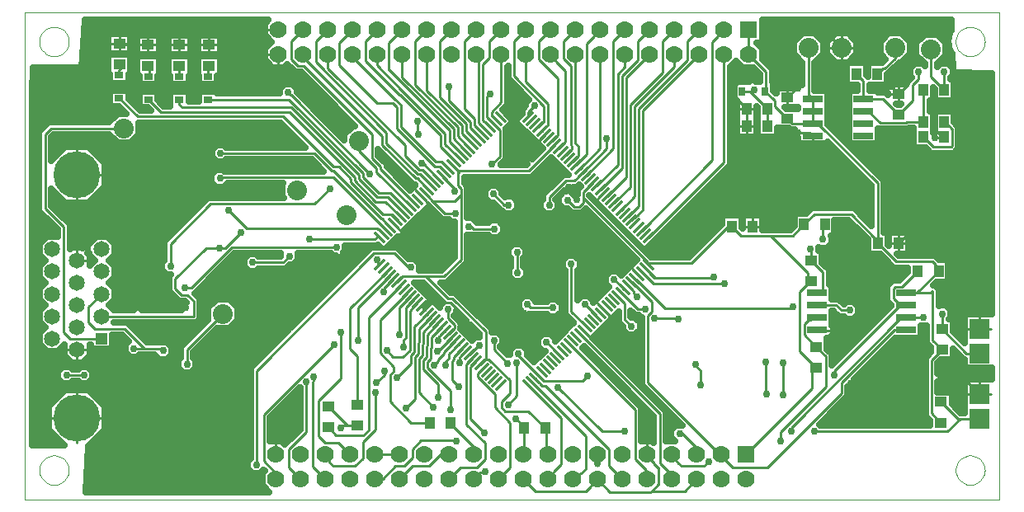
<source format=gbr>
G04 PROTEUS GERBER X2 FILE*
%TF.GenerationSoftware,Labcenter,Proteus,8.16-SP3-Build36097*%
%TF.CreationDate,2025-11-07T09:35:32+00:00*%
%TF.FileFunction,Copper,L1,Top*%
%TF.FilePolarity,Positive*%
%TF.Part,Single*%
%TF.SameCoordinates,{b300ba1a-dc7e-4a19-be50-5429eaf46598}*%
%FSLAX45Y45*%
%MOMM*%
G01*
%TA.AperFunction,Conductor*%
%ADD10C,0.254000*%
%TA.AperFunction,ViaPad*%
%ADD11C,0.762000*%
%TA.AperFunction,Conductor*%
%ADD12C,0.635000*%
%TA.AperFunction,WasherPad*%
%ADD13R,1.166720X1.166720*%
%TA.AperFunction,ComponentPad*%
%ADD14C,1.650000*%
%ADD15C,4.800000*%
%TA.AperFunction,SMDPad,CuDef*%
%ADD16R,1.270000X1.016000*%
%TA.AperFunction,ComponentPad*%
%ADD17R,1.778000X1.778000*%
%ADD18C,1.778000*%
%TA.AperFunction,SMDPad,CuDef*%
%ADD19R,0.889000X0.635000*%
%AMPPAD010*
4,1,4,
-0.629330,-0.417190,
0.417190,0.629330,
0.629330,0.417190,
-0.417190,-0.629330,
-0.629330,-0.417190,
0*%
%TA.AperFunction,SMDPad,CuDef*%
%ADD70PPAD010*%
%AMPPAD011*
4,1,4,
-0.629330,0.417190,
-0.417190,0.629330,
0.629330,-0.417190,
0.417190,-0.629330,
-0.629330,0.417190,
0*%
%ADD71PPAD011*%
%TA.AperFunction,SMDPad,CuDef*%
%ADD20R,1.016000X1.270000*%
%TA.AperFunction,SMDPad,CuDef*%
%ADD21R,2.032000X0.635000*%
%TA.AperFunction,ComponentPad*%
%ADD22R,2.032000X2.032000*%
%TA.AperFunction,ComponentPad*%
%ADD23C,2.032000*%
%TA.AperFunction,SMDPad,CuDef*%
%ADD24R,0.635000X0.889000*%
%TA.AperFunction,Profile*%
%ADD25C,0.101600*%
%TD.AperFunction*%
%TA.AperFunction,Conductor*%
G36*
X+2443571Y+4880339D02*
X+2443571Y+4765661D01*
X+2513232Y+4696000D01*
X+2443571Y+4626339D01*
X+2443571Y+4511661D01*
X+2524661Y+4430571D01*
X+2639339Y+4430571D01*
X+2675896Y+4467128D01*
X+2757458Y+4385567D01*
X+2815961Y+4385567D01*
X+3370399Y+3831129D01*
X+3348400Y+3831129D01*
X+3259871Y+3742600D01*
X+3259871Y+3686461D01*
X+2771077Y+4175255D01*
X+2771077Y+4208878D01*
X+2719745Y+4260210D01*
X+2647151Y+4260210D01*
X+2595819Y+4208878D01*
X+2595819Y+4166229D01*
X+1956979Y+4166229D01*
X+1956979Y+4185279D01*
X+1769021Y+4185279D01*
X+1769021Y+4084818D01*
X+1661779Y+4084818D01*
X+1661779Y+4185279D01*
X+1473821Y+4185279D01*
X+1473821Y+4035789D01*
X+1404215Y+4035789D01*
X+1341979Y+4098025D01*
X+1341979Y+4185279D01*
X+1154021Y+4185279D01*
X+1154021Y+4022721D01*
X+1241275Y+4022721D01*
X+1275245Y+3988751D01*
X+1164303Y+3988751D01*
X+1043979Y+4109075D01*
X+1043979Y+4196329D01*
X+856021Y+4196329D01*
X+856021Y+4033771D01*
X+943275Y+4033771D01*
X+1018917Y+3958129D01*
X+935400Y+3958129D01*
X+846871Y+3869600D01*
X+846871Y+3869229D01*
X+228225Y+3869229D01*
X+128271Y+3769275D01*
X+128271Y+2958725D01*
X+318771Y+2768225D01*
X+318771Y+2693346D01*
X+316088Y+2696029D01*
X+206712Y+2696029D01*
X+129371Y+2618688D01*
X+129371Y+2509312D01*
X+189183Y+2449500D01*
X+129371Y+2389688D01*
X+129371Y+2280312D01*
X+189183Y+2220500D01*
X+129371Y+2160688D01*
X+129371Y+2051312D01*
X+189183Y+1991500D01*
X+129371Y+1931688D01*
X+129371Y+1822312D01*
X+189183Y+1762500D01*
X+129371Y+1702688D01*
X+129371Y+1593312D01*
X+206712Y+1515971D01*
X+316088Y+1515971D01*
X+383371Y+1583254D01*
X+383371Y+1479312D01*
X+460712Y+1401971D01*
X+570088Y+1401971D01*
X+647429Y+1479312D01*
X+647429Y+1585771D01*
X+661535Y+1585771D01*
X+661535Y+1540135D01*
X+877265Y+1540135D01*
X+877265Y+1688189D01*
X+976880Y+1688189D01*
X+1046084Y+1618983D01*
X+1009971Y+1582870D01*
X+1009971Y+1510276D01*
X+1061303Y+1458944D01*
X+1133897Y+1458944D01*
X+1159297Y+1484344D01*
X+1313558Y+1484344D01*
X+1362705Y+1435197D01*
X+1435299Y+1435197D01*
X+1486631Y+1486529D01*
X+1486631Y+1559123D01*
X+1435299Y+1610455D01*
X+1362705Y+1610455D01*
X+1361052Y+1608802D01*
X+1232275Y+1608802D01*
X+1028430Y+1812647D01*
X+891764Y+1812647D01*
X+893888Y+1814771D01*
X+1740275Y+1814771D01*
X+1776728Y+1851224D01*
X+1776728Y+2057776D01*
X+1722271Y+2112233D01*
X+2133413Y+2523375D01*
X+2607235Y+2523375D01*
X+2607235Y+2492625D01*
X+2605898Y+2491288D01*
X+2378769Y+2491288D01*
X+2353369Y+2516688D01*
X+2280775Y+2516688D01*
X+2229443Y+2465356D01*
X+2229443Y+2392762D01*
X+2280775Y+2341430D01*
X+2353369Y+2341430D01*
X+2378769Y+2366830D01*
X+2657448Y+2366830D01*
X+2695239Y+2404621D01*
X+2731161Y+2404621D01*
X+2782493Y+2455953D01*
X+2782493Y+2523375D01*
X+3118821Y+2523375D01*
X+3144221Y+2497975D01*
X+3176678Y+2497975D01*
X+3176678Y+2462702D01*
X+3206436Y+2432944D01*
X+3248520Y+2432944D01*
X+3278278Y+2462702D01*
X+3278278Y+2504786D01*
X+3250952Y+2532112D01*
X+3268147Y+2549307D01*
X+3268147Y+2603227D01*
X+3598890Y+2603227D01*
X+3607584Y+2611921D01*
X+3633803Y+2585702D01*
X+3539432Y+2585702D01*
X+2717800Y+1764070D01*
X+2717800Y+1799042D01*
X+2688042Y+1828800D01*
X+2645958Y+1828800D01*
X+2616200Y+1799042D01*
X+2616200Y+1756958D01*
X+2645958Y+1727200D01*
X+2680930Y+1727200D01*
X+2297771Y+1344041D01*
X+2297771Y+417547D01*
X+2269446Y+389222D01*
X+2269446Y+316628D01*
X+2320778Y+265296D01*
X+2393372Y+265296D01*
X+2429989Y+301913D01*
X+2443281Y+288620D01*
X+2415571Y+260910D01*
X+2415571Y+146232D01*
X+2489873Y+71930D01*
X+607526Y+71930D01*
X+635327Y+542471D01*
X+804929Y+712073D01*
X+804929Y+951927D01*
X+635327Y+1121529D01*
X+395473Y+1121529D01*
X+225871Y+951927D01*
X+225871Y+712073D01*
X+389478Y+548466D01*
X+56930Y+556575D01*
X+56930Y+4178492D01*
X+62010Y+4432538D01*
X+568740Y+4431840D01*
X+596680Y+4916990D01*
X+2480222Y+4916990D01*
X+2443571Y+4880339D01*
G37*
%TD.AperFunction*%
%LPC*%
G36*
X+1065929Y+4362371D02*
X+1043979Y+4362371D01*
X+1043979Y+4268721D01*
X+856021Y+4268721D01*
X+856021Y+4362371D01*
X+839871Y+4362371D01*
X+839871Y+4563029D01*
X+1065929Y+4563029D01*
X+1065929Y+4362371D01*
G37*
G36*
X+839871Y+4575731D02*
X+839871Y+4776389D01*
X+1065929Y+4776389D01*
X+1065929Y+4575731D01*
X+839871Y+4575731D01*
G37*
G36*
X+1983029Y+4349671D02*
X+1956979Y+4349671D01*
X+1956979Y+4257671D01*
X+1769021Y+4257671D01*
X+1769021Y+4349671D01*
X+1756971Y+4349671D01*
X+1756971Y+4550329D01*
X+1983029Y+4550329D01*
X+1983029Y+4349671D01*
G37*
G36*
X+1756971Y+4563031D02*
X+1756971Y+4763689D01*
X+1983029Y+4763689D01*
X+1983029Y+4563031D01*
X+1756971Y+4563031D01*
G37*
G36*
X+1678229Y+4349671D02*
X+1661779Y+4349671D01*
X+1661779Y+4257671D01*
X+1473821Y+4257671D01*
X+1473821Y+4349671D01*
X+1452171Y+4349671D01*
X+1452171Y+4550329D01*
X+1678229Y+4550329D01*
X+1678229Y+4349671D01*
G37*
G36*
X+1452171Y+4563031D02*
X+1452171Y+4763689D01*
X+1678229Y+4763689D01*
X+1678229Y+4563031D01*
X+1452171Y+4563031D01*
G37*
G36*
X+1358029Y+4349671D02*
X+1341979Y+4349671D01*
X+1341979Y+4257671D01*
X+1154021Y+4257671D01*
X+1154021Y+4349671D01*
X+1131971Y+4349671D01*
X+1131971Y+4550329D01*
X+1358029Y+4550329D01*
X+1358029Y+4349671D01*
G37*
G36*
X+1131971Y+4563031D02*
X+1131971Y+4763689D01*
X+1358029Y+4763689D01*
X+1358029Y+4563031D01*
X+1131971Y+4563031D01*
G37*
G36*
X+2165129Y+1964600D02*
X+2165129Y+1839400D01*
X+2076600Y+1750871D01*
X+1951400Y+1750871D01*
X+1951137Y+1751133D01*
X+1707535Y+1507531D01*
X+1707535Y+1448012D01*
X+1732936Y+1422612D01*
X+1732936Y+1350018D01*
X+1681604Y+1298686D01*
X+1609010Y+1298686D01*
X+1557678Y+1350018D01*
X+1557678Y+1422612D01*
X+1583078Y+1448012D01*
X+1583079Y+1559083D01*
X+1863133Y+1839137D01*
X+1862871Y+1839400D01*
X+1862871Y+1964600D01*
X+1951400Y+2053129D01*
X+2076600Y+2053129D01*
X+2165129Y+1964600D01*
G37*
G36*
X+677571Y+1307521D02*
X+677571Y+1234927D01*
X+626239Y+1183595D01*
X+553645Y+1183595D01*
X+528245Y+1208995D01*
X+471100Y+1208995D01*
X+445700Y+1183595D01*
X+373106Y+1183595D01*
X+321774Y+1234927D01*
X+321774Y+1307521D01*
X+373106Y+1358853D01*
X+445700Y+1358853D01*
X+471100Y+1333452D01*
X+528244Y+1333452D01*
X+553645Y+1358853D01*
X+626239Y+1358853D01*
X+677571Y+1307521D01*
G37*
%LPD*%
%TA.AperFunction,Conductor*%
G36*
X+9491168Y+4812707D02*
X+9474974Y+4788219D01*
X+9455357Y+4697000D01*
X+9474974Y+4605781D01*
X+9498551Y+4570128D01*
X+9502977Y+4424679D01*
X+9451857Y+4475799D01*
X+9379263Y+4475799D01*
X+9340629Y+4437165D01*
X+9340629Y+4468671D01*
X+9341000Y+4468671D01*
X+9429529Y+4557200D01*
X+9429529Y+4682400D01*
X+9341000Y+4770929D01*
X+9215800Y+4770929D01*
X+9127271Y+4682400D01*
X+9127271Y+4557200D01*
X+9215800Y+4468671D01*
X+9216171Y+4468671D01*
X+9216171Y+4445051D01*
X+9188813Y+4472409D01*
X+9116219Y+4472409D01*
X+9064887Y+4421077D01*
X+9064887Y+4348483D01*
X+9082075Y+4331295D01*
X+9027135Y+4276355D01*
X+9027135Y+4260389D01*
X+8840585Y+4260389D01*
X+8835716Y+4265258D01*
X+8830089Y+4265258D01*
X+8830089Y+4360403D01*
X+8831875Y+4360403D01*
X+8952843Y+4481371D01*
X+8972700Y+4481371D01*
X+9061229Y+4569900D01*
X+9061229Y+4695100D01*
X+8972700Y+4783629D01*
X+8847500Y+4783629D01*
X+8758971Y+4695100D01*
X+8758971Y+4569900D01*
X+8812167Y+4516703D01*
X+8780325Y+4484861D01*
X+8760817Y+4484861D01*
X+8754785Y+4478829D01*
X+8629431Y+4478829D01*
X+8629431Y+4340773D01*
X+8616729Y+4353475D01*
X+8616729Y+4478829D01*
X+8416071Y+4478829D01*
X+8416071Y+4252771D01*
X+8524021Y+4252771D01*
X+8524021Y+4193079D01*
X+8435121Y+4193079D01*
X+8435121Y+3649521D01*
X+8737379Y+3649521D01*
X+8737379Y+3799834D01*
X+9045707Y+3799834D01*
X+9054144Y+3808271D01*
X+9101871Y+3808271D01*
X+9101871Y+3605071D01*
X+9227225Y+3605071D01*
X+9280669Y+3551627D01*
X+9511891Y+3551627D01*
X+9560211Y+3599947D01*
X+9560211Y+3824389D01*
X+9515889Y+3868711D01*
X+9515889Y+3983529D01*
X+9315231Y+3983529D01*
X+9315231Y+3762550D01*
X+9302529Y+3762550D01*
X+9302529Y+3983529D01*
X+9264429Y+3983529D01*
X+9264429Y+4087671D01*
X+9302529Y+4087671D01*
X+9302529Y+4225727D01*
X+9315231Y+4213025D01*
X+9315231Y+4087671D01*
X+9515889Y+4087671D01*
X+9515889Y+4313729D01*
X+9477789Y+4313729D01*
X+9477789Y+4326473D01*
X+9503189Y+4351873D01*
X+9503189Y+4417722D01*
X+9504460Y+4375960D01*
X+9907070Y+4369734D01*
X+9907070Y+1900729D01*
X+9622571Y+1900729D01*
X+9622571Y+1605193D01*
X+9505729Y+1722035D01*
X+9505729Y+1847389D01*
X+9466797Y+1847389D01*
X+9484005Y+1864597D01*
X+9484005Y+1937191D01*
X+9432673Y+1988523D01*
X+9360079Y+1988523D01*
X+9358394Y+1986838D01*
X+9358394Y+2161441D01*
X+9321941Y+2197894D01*
X+9300998Y+2197894D01*
X+9332775Y+2229671D01*
X+9458129Y+2229671D01*
X+9458129Y+2455729D01*
X+9365315Y+2455729D01*
X+9320346Y+2500698D01*
X+8945506Y+2500698D01*
X+8933333Y+2512871D01*
X+9045989Y+2512871D01*
X+9045989Y+2738929D01*
X+8845331Y+2738929D01*
X+8845331Y+2600873D01*
X+8832629Y+2613575D01*
X+8832629Y+2738929D01*
X+8794528Y+2738929D01*
X+8794528Y+3269102D01*
X+8216679Y+3846951D01*
X+8216679Y+4193079D01*
X+8083329Y+4193079D01*
X+8083329Y+4481371D01*
X+8083700Y+4481371D01*
X+8172229Y+4569900D01*
X+8172229Y+4695100D01*
X+8083700Y+4783629D01*
X+7958500Y+4783629D01*
X+7869971Y+4695100D01*
X+7869971Y+4569900D01*
X+7958500Y+4481371D01*
X+7958871Y+4481371D01*
X+7958871Y+4249138D01*
X+7938722Y+4269287D01*
X+7896638Y+4269287D01*
X+7866880Y+4239529D01*
X+7866880Y+4222289D01*
X+7692171Y+4222289D01*
X+7692171Y+4165863D01*
X+7689037Y+4168997D01*
X+7683606Y+4168997D01*
X+7657879Y+4194724D01*
X+7657879Y+4281979D01*
X+7648210Y+4281979D01*
X+7648210Y+4416794D01*
X+7546429Y+4518575D01*
X+7546429Y+4626339D01*
X+7488197Y+4684571D01*
X+7546429Y+4684571D01*
X+7546429Y+4916990D01*
X+9487994Y+4916990D01*
X+9491168Y+4812707D01*
G37*
%TD.AperFunction*%
%LPC*%
G36*
X+8212871Y+4569900D02*
X+8212871Y+4695100D01*
X+8301400Y+4783629D01*
X+8426600Y+4783629D01*
X+8515129Y+4695100D01*
X+8515129Y+4569900D01*
X+8426600Y+4481371D01*
X+8301400Y+4481371D01*
X+8212871Y+4569900D01*
G37*
G36*
X+7673182Y+4305546D02*
X+7673182Y+4347630D01*
X+7702940Y+4377388D01*
X+7745024Y+4377388D01*
X+7774782Y+4347630D01*
X+7774782Y+4305546D01*
X+7745024Y+4275788D01*
X+7702940Y+4275788D01*
X+7673182Y+4305546D01*
G37*
%LPD*%
%TA.AperFunction,Conductor*%
G36*
X+9600158Y+1451598D02*
X+9618385Y+1433371D01*
X+9622571Y+1433371D01*
X+9622571Y+1344471D01*
X+9907070Y+1344471D01*
X+9907070Y+1227629D01*
X+9622571Y+1227629D01*
X+9622571Y+884729D01*
X+9581035Y+884729D01*
X+9493029Y+972735D01*
X+9493029Y+1098089D01*
X+9348226Y+1098089D01*
X+9348226Y+1203780D01*
X+9357088Y+1194918D01*
X+9399172Y+1194918D01*
X+9428930Y+1224676D01*
X+9428930Y+1266760D01*
X+9399172Y+1296518D01*
X+9357088Y+1296518D01*
X+9348226Y+1287656D01*
X+9348226Y+1401222D01*
X+9380375Y+1433371D01*
X+9505729Y+1433371D01*
X+9505729Y+1546027D01*
X+9600158Y+1451598D01*
G37*
%TD.AperFunction*%
%TA.AperFunction,Conductor*%
G36*
X+7350661Y+4430571D02*
X+7458425Y+4430571D01*
X+7523752Y+4365244D01*
X+7523752Y+4281979D01*
X+7504880Y+4281979D01*
X+7499921Y+4286938D01*
X+7477906Y+4286938D01*
X+7496514Y+4305546D01*
X+7496514Y+4347630D01*
X+7466756Y+4377388D01*
X+7424672Y+4377388D01*
X+7394914Y+4347630D01*
X+7394914Y+4305546D01*
X+7418480Y+4281979D01*
X+7260371Y+4281979D01*
X+7260371Y+4094021D01*
X+7285771Y+4094021D01*
X+7285771Y+3719371D01*
X+7486429Y+3719371D01*
X+7486429Y+4035227D01*
X+7499131Y+4022525D01*
X+7499131Y+3719371D01*
X+7699789Y+3719371D01*
X+7699789Y+3808271D01*
X+7817525Y+3808271D01*
X+7830225Y+3795571D01*
X+7878113Y+3795571D01*
X+7866880Y+3784338D01*
X+7866880Y+3742254D01*
X+7896638Y+3712496D01*
X+7914421Y+3712496D01*
X+7914421Y+3649521D01*
X+8216679Y+3649521D01*
X+8216679Y+3670942D01*
X+8670071Y+3217550D01*
X+8670071Y+2803118D01*
X+8485932Y+2987257D01*
X+8055893Y+2987257D01*
X+8001665Y+2933029D01*
X+7876311Y+2933029D01*
X+7876311Y+2807671D01*
X+7834806Y+2766166D01*
X+7550329Y+2766166D01*
X+7550329Y+2913029D01*
X+7349671Y+2913029D01*
X+7349671Y+2774973D01*
X+7336969Y+2787675D01*
X+7336969Y+2913029D01*
X+7136311Y+2913029D01*
X+7136311Y+2825596D01*
X+6797073Y+2486358D01*
X+6404168Y+2486358D01*
X+5774751Y+3115775D01*
X+5774751Y+3117618D01*
X+6340012Y+2552357D01*
X+6514708Y+2727053D01*
X+6513081Y+2728680D01*
X+7216229Y+3431828D01*
X+7216229Y+4435461D01*
X+7281000Y+4500232D01*
X+7350661Y+4430571D01*
G37*
%TD.AperFunction*%
%TA.AperFunction,Conductor*%
G36*
X+7914421Y+4008929D02*
X+7792875Y+4008929D01*
X+7780173Y+4021631D01*
X+7914421Y+4021631D01*
X+7914421Y+4008929D01*
G37*
%TD.AperFunction*%
%TA.AperFunction,Conductor*%
G36*
X+2859850Y+3611938D02*
X+2047641Y+3611938D01*
X+2022241Y+3637338D01*
X+1949647Y+3637338D01*
X+1898315Y+3586006D01*
X+1898315Y+3513412D01*
X+1949647Y+3462080D01*
X+2022241Y+3462080D01*
X+2047641Y+3487480D01*
X+2923244Y+3487480D01*
X+3043335Y+3367389D01*
X+2033365Y+3367389D01*
X+2021082Y+3379672D01*
X+1948488Y+3379672D01*
X+1897156Y+3328340D01*
X+1897156Y+3255746D01*
X+1948488Y+3204414D01*
X+2021082Y+3204414D01*
X+2059599Y+3242931D01*
X+2633202Y+3242931D01*
X+2624871Y+3234600D01*
X+2624871Y+3109400D01*
X+2642042Y+3092229D01*
X+1857513Y+3092229D01*
X+1412863Y+2647579D01*
X+1412863Y+2451601D01*
X+1387463Y+2426201D01*
X+1387463Y+2353607D01*
X+1438795Y+2302275D01*
X+1478483Y+2302275D01*
X+1461771Y+2285563D01*
X+1461771Y+2133225D01*
X+1561725Y+2033271D01*
X+1625225Y+2033271D01*
X+1643185Y+2015311D01*
X+1611355Y+2015311D01*
X+1581597Y+1985553D01*
X+1581597Y+1943469D01*
X+1585837Y+1939229D01*
X+1185936Y+1939229D01*
X+1193296Y+1946589D01*
X+1193296Y+1988673D01*
X+1163538Y+2018431D01*
X+1121454Y+2018431D01*
X+1091696Y+1988673D01*
X+1091696Y+1946589D01*
X+1099056Y+1939229D01*
X+893888Y+1939229D01*
X+841617Y+1991500D01*
X+901429Y+2051312D01*
X+901429Y+2160688D01*
X+841617Y+2220500D01*
X+901429Y+2280312D01*
X+901429Y+2389688D01*
X+841617Y+2449500D01*
X+901429Y+2509312D01*
X+901429Y+2618688D01*
X+824088Y+2696029D01*
X+714712Y+2696029D01*
X+646764Y+2628081D01*
X+606070Y+2628081D01*
X+576312Y+2598323D01*
X+576312Y+2575805D01*
X+570088Y+2582029D01*
X+460712Y+2582029D01*
X+443229Y+2564546D01*
X+443229Y+2819775D01*
X+252729Y+3010275D01*
X+252729Y+3183215D01*
X+395473Y+3040471D01*
X+635327Y+3040471D01*
X+804929Y+3210073D01*
X+804929Y+3449927D01*
X+635327Y+3619529D01*
X+395473Y+3619529D01*
X+252729Y+3476785D01*
X+252729Y+3717725D01*
X+279775Y+3744771D01*
X+846871Y+3744771D01*
X+846871Y+3744400D01*
X+935400Y+3655871D01*
X+1060600Y+3655871D01*
X+1149129Y+3744400D01*
X+1149129Y+3864295D01*
X+2607493Y+3864295D01*
X+2859850Y+3611938D01*
G37*
%TD.AperFunction*%
%LPC*%
G36*
X+1727200Y+3153958D02*
X+1727200Y+3196042D01*
X+1756958Y+3225800D01*
X+1799042Y+3225800D01*
X+1828800Y+3196042D01*
X+1828800Y+3153958D01*
X+1799042Y+3124200D01*
X+1756958Y+3124200D01*
X+1727200Y+3153958D01*
G37*
%LPD*%
%TA.AperFunction,Conductor*%
G36*
X+4940361Y+4341974D02*
X+4940361Y+4316199D01*
X+5153440Y+4103119D01*
X+5123283Y+4072962D01*
X+5123283Y+4037040D01*
X+5082067Y+3995824D01*
X+5082067Y+3970048D01*
X+5082066Y+3951800D01*
X+5011318Y+3881052D01*
X+5295787Y+3596583D01*
X+5187380Y+3488176D01*
X+5187380Y+3507984D01*
X+5157622Y+3537742D01*
X+5115538Y+3537742D01*
X+5085780Y+3507984D01*
X+5085780Y+3465900D01*
X+5115538Y+3436142D01*
X+5135346Y+3436142D01*
X+5131213Y+3432009D01*
X+4864588Y+3432009D01*
X+4864588Y+3437986D01*
X+4920259Y+3493657D01*
X+4920259Y+3805468D01*
X+4995843Y+3881052D01*
X+4878610Y+3998285D01*
X+4930229Y+4049904D01*
X+4930229Y+4435461D01*
X+4940361Y+4445593D01*
X+4940361Y+4341974D01*
G37*
%TD.AperFunction*%
%TA.AperFunction,Conductor*%
G36*
X+3948975Y+3247619D02*
X+3967202Y+3229392D01*
X+3982605Y+3229392D01*
X+3988698Y+3223299D01*
X+3935637Y+3170238D01*
X+3694237Y+3411638D01*
X+3694237Y+3437604D01*
X+3608279Y+3523562D01*
X+3608279Y+3588315D01*
X+3948975Y+3247619D01*
G37*
%TD.AperFunction*%
%TA.AperFunction,Conductor*%
G36*
X+5684695Y+3207673D02*
X+5650293Y+3173271D01*
X+5650293Y+3122192D01*
X+5622900Y+3122192D01*
X+5621490Y+3120782D01*
X+5587310Y+3154961D01*
X+5610526Y+3178177D01*
X+5610526Y+3205570D01*
X+5646468Y+3205570D01*
X+5666633Y+3225735D01*
X+5684695Y+3207673D01*
G37*
%TD.AperFunction*%
%TA.AperFunction,Conductor*%
G36*
X+5385418Y+3506952D02*
X+5562342Y+3330028D01*
X+5505545Y+3330028D01*
X+5300224Y+3124707D01*
X+5300224Y+3077717D01*
X+5274824Y+3052317D01*
X+5274824Y+2979723D01*
X+5326156Y+2928391D01*
X+5398750Y+2928391D01*
X+5450082Y+2979723D01*
X+5450082Y+3052317D01*
X+5426962Y+3075437D01*
X+5519314Y+3167789D01*
X+5530972Y+3156131D01*
X+5513547Y+3156131D01*
X+5462215Y+3104799D01*
X+5462215Y+3032205D01*
X+5513547Y+2980873D01*
X+5549469Y+2980873D01*
X+5589759Y+2940583D01*
X+5698123Y+2940583D01*
X+5736028Y+2978488D01*
X+6258823Y+2455694D01*
X+6102184Y+2299055D01*
X+6063611Y+2337629D01*
X+5991017Y+2337629D01*
X+5939685Y+2286297D01*
X+5939685Y+2213703D01*
X+5978258Y+2175129D01*
X+5816509Y+2013379D01*
X+5816509Y+2036657D01*
X+5765177Y+2087989D01*
X+5692583Y+2087989D01*
X+5649537Y+2044943D01*
X+5649537Y+2350466D01*
X+5674937Y+2375866D01*
X+5674937Y+2448460D01*
X+5623605Y+2499792D01*
X+5551011Y+2499792D01*
X+5499679Y+2448460D01*
X+5499679Y+2375866D01*
X+5525079Y+2350466D01*
X+5525079Y+1899762D01*
X+5613985Y+1810856D01*
X+5612358Y+1809228D01*
X+5597550Y+1794421D01*
X+5423031Y+1619902D01*
X+5423031Y+1643179D01*
X+5371699Y+1694511D01*
X+5299105Y+1694511D01*
X+5247773Y+1643179D01*
X+5247773Y+1570585D01*
X+5299105Y+1519253D01*
X+5322382Y+1519253D01*
X+5207024Y+1403895D01*
X+5134341Y+1476578D01*
X+5134341Y+1526790D01*
X+5083009Y+1578122D01*
X+5010415Y+1578122D01*
X+4959083Y+1526790D01*
X+4959083Y+1481136D01*
X+4935812Y+1481136D01*
X+4859524Y+1557424D01*
X+4859524Y+1566481D01*
X+4884924Y+1591881D01*
X+4884924Y+1664475D01*
X+4833592Y+1715807D01*
X+4773162Y+1715807D01*
X+4773162Y+1744225D01*
X+4394873Y+2122514D01*
X+4350108Y+2122514D01*
X+4249318Y+2223304D01*
X+4310736Y+2223304D01*
X+4520330Y+2432898D01*
X+4520330Y+2711366D01*
X+4563503Y+2711366D01*
X+4564914Y+2709955D01*
X+4739248Y+2709955D01*
X+4764648Y+2684555D01*
X+4837242Y+2684555D01*
X+4888574Y+2735887D01*
X+4888574Y+2808481D01*
X+4837242Y+2859813D01*
X+4764648Y+2859813D01*
X+4739248Y+2834413D01*
X+4623285Y+2834413D01*
X+4623285Y+2835292D01*
X+4571953Y+2886624D01*
X+4520330Y+2886624D01*
X+4520330Y+3211424D01*
X+4490345Y+3241409D01*
X+4490345Y+3307551D01*
X+5182763Y+3307551D01*
X+5383791Y+3508579D01*
X+5385418Y+3506952D01*
G37*
%TD.AperFunction*%
%LPC*%
G36*
X+4878117Y+3168081D02*
X+4878117Y+3132158D01*
X+4906414Y+3103861D01*
X+4909424Y+3106871D01*
X+4982018Y+3106871D01*
X+5033350Y+3055539D01*
X+5033350Y+2982945D01*
X+4982018Y+2931613D01*
X+4909424Y+2931613D01*
X+4884024Y+2957013D01*
X+4877255Y+2957013D01*
X+4790113Y+3044155D01*
X+4754191Y+3044155D01*
X+4702859Y+3095487D01*
X+4702859Y+3168081D01*
X+4754191Y+3219413D01*
X+4826785Y+3219413D01*
X+4878117Y+3168081D01*
G37*
G36*
X+5119797Y+2570740D02*
X+5119797Y+2498146D01*
X+5094396Y+2472745D01*
X+5094396Y+2391577D01*
X+5126190Y+2359784D01*
X+5126190Y+2287190D01*
X+5074858Y+2235858D01*
X+5002264Y+2235858D01*
X+4950932Y+2287190D01*
X+4950932Y+2359784D01*
X+4969939Y+2378791D01*
X+4969939Y+2472746D01*
X+4944539Y+2498146D01*
X+4944539Y+2570740D01*
X+4995871Y+2622072D01*
X+5068465Y+2622072D01*
X+5119797Y+2570740D01*
G37*
G36*
X+5223300Y+2035059D02*
X+5223300Y+2026630D01*
X+5339245Y+2026630D01*
X+5364645Y+2052030D01*
X+5437239Y+2052030D01*
X+5488571Y+2000698D01*
X+5488571Y+1928104D01*
X+5437239Y+1876772D01*
X+5364645Y+1876772D01*
X+5339245Y+1902172D01*
X+5151145Y+1902172D01*
X+5151145Y+1885419D01*
X+5121387Y+1855661D01*
X+5079303Y+1855661D01*
X+5049545Y+1885419D01*
X+5049545Y+1927503D01*
X+5066274Y+1944232D01*
X+5048042Y+1962465D01*
X+5048042Y+2035059D01*
X+5099374Y+2086391D01*
X+5171968Y+2086391D01*
X+5223300Y+2035059D01*
G37*
G36*
X+4670840Y+1887318D02*
X+4670840Y+1929402D01*
X+4700598Y+1959160D01*
X+4742682Y+1959160D01*
X+4772440Y+1929402D01*
X+4772440Y+1887318D01*
X+4742682Y+1857560D01*
X+4700598Y+1857560D01*
X+4670840Y+1887318D01*
G37*
G36*
X+5028246Y+3061035D02*
X+5028246Y+3103119D01*
X+5058004Y+3132877D01*
X+5100088Y+3132877D01*
X+5129846Y+3103119D01*
X+5129846Y+3061035D01*
X+5100088Y+3031277D01*
X+5058004Y+3031277D01*
X+5028246Y+3061035D01*
G37*
G36*
X+5328700Y+2677479D02*
X+5328700Y+2719563D01*
X+5358458Y+2749321D01*
X+5400542Y+2749321D01*
X+5430300Y+2719563D01*
X+5430300Y+2677479D01*
X+5400542Y+2647721D01*
X+5358458Y+2647721D01*
X+5328700Y+2677479D01*
G37*
%LPD*%
%TA.AperFunction,Conductor*%
G36*
X+4137938Y+3000064D02*
X+4137939Y+3000064D01*
X+4264889Y+2873114D01*
X+4334280Y+2873114D01*
X+4359680Y+2847714D01*
X+4395872Y+2847714D01*
X+4395872Y+2484448D01*
X+4259186Y+2347762D01*
X+4027629Y+2347762D01*
X+4027629Y+2416297D01*
X+3976297Y+2467629D01*
X+3919601Y+2467629D01*
X+3801528Y+2585702D01*
X+3700493Y+2585702D01*
X+3811083Y+2696292D01*
X+3811083Y+2688146D01*
X+3840841Y+2658388D01*
X+3882925Y+2658388D01*
X+3912683Y+2688146D01*
X+3912683Y+2730230D01*
X+3882925Y+2759988D01*
X+3874779Y+2759988D01*
X+4126396Y+3011605D01*
X+4137938Y+3000064D01*
G37*
%TD.AperFunction*%
%LPC*%
G36*
X+4085717Y+2883433D02*
X+4085717Y+2925517D01*
X+4115475Y+2955275D01*
X+4157559Y+2955275D01*
X+4187317Y+2925517D01*
X+4187317Y+2883433D01*
X+4157559Y+2853675D01*
X+4115475Y+2853675D01*
X+4085717Y+2883433D01*
G37*
G36*
X+4140200Y+2518958D02*
X+4140200Y+2561042D01*
X+4169958Y+2590800D01*
X+4212042Y+2590800D01*
X+4241800Y+2561042D01*
X+4241800Y+2518958D01*
X+4212042Y+2489200D01*
X+4169958Y+2489200D01*
X+4140200Y+2518958D01*
G37*
%LPD*%
%TA.AperFunction,Conductor*%
G36*
X+8631971Y+2665208D02*
X+8631971Y+2512871D01*
X+8757325Y+2512871D01*
X+8893954Y+2376242D01*
X+9044111Y+2376242D01*
X+9044111Y+2330375D01*
X+8956154Y+2242418D01*
X+8884414Y+2242418D01*
X+8830006Y+2188010D01*
X+8830006Y+2031588D01*
X+8873271Y+1988322D01*
X+8873271Y+1984546D01*
X+8262696Y+1373971D01*
X+8262696Y+1488668D01*
X+8213029Y+1538335D01*
X+8213029Y+1655621D01*
X+8261129Y+1655621D01*
X+8261129Y+1682184D01*
X+8301304Y+1682184D01*
X+8331062Y+1711942D01*
X+8331062Y+1754026D01*
X+8301304Y+1783784D01*
X+8261129Y+1783784D01*
X+8261129Y+1928671D01*
X+8281075Y+1928671D01*
X+8298628Y+1911117D01*
X+8335081Y+1874664D01*
X+8384313Y+1874664D01*
X+8409713Y+1849264D01*
X+8482307Y+1849264D01*
X+8533639Y+1900596D01*
X+8533639Y+1973190D01*
X+8482307Y+2024522D01*
X+8409713Y+2024522D01*
X+8385472Y+2000281D01*
X+8369079Y+2016676D01*
X+8332626Y+2053129D01*
X+8261129Y+2053129D01*
X+8261129Y+2199179D01*
X+8232499Y+2199179D01*
X+8232499Y+2355505D01*
X+8163029Y+2424975D01*
X+8163029Y+2550329D01*
X+8127629Y+2550329D01*
X+8127629Y+2585338D01*
X+8133966Y+2579001D01*
X+8206560Y+2579001D01*
X+8257892Y+2630333D01*
X+8257892Y+2702927D01*
X+8253848Y+2706971D01*
X+8290329Y+2706971D01*
X+8290329Y+2862799D01*
X+8434381Y+2862799D01*
X+8631971Y+2665208D01*
G37*
%TD.AperFunction*%
%TA.AperFunction,Conductor*%
G36*
X+637371Y+2514746D02*
X+625636Y+2526481D01*
X+637371Y+2526481D01*
X+637371Y+2514746D01*
G37*
%TD.AperFunction*%
%TA.AperFunction,Conductor*%
G36*
X+697183Y+2449500D02*
X+647429Y+2399746D01*
X+647429Y+2499254D01*
X+697183Y+2449500D01*
G37*
%TD.AperFunction*%
%TA.AperFunction,Conductor*%
G36*
X+4275283Y+2021331D02*
X+4236320Y+1982368D01*
X+4236320Y+1967711D01*
X+4005893Y+2198137D01*
X+4005894Y+2198138D01*
X+3980728Y+2223304D01*
X+4073310Y+2223304D01*
X+4275283Y+2021331D01*
G37*
%TD.AperFunction*%
%TA.AperFunction,Conductor*%
G36*
X+4506709Y+1834670D02*
X+4480920Y+1834670D01*
X+4454068Y+1807818D01*
X+4454068Y+1811503D01*
X+4386178Y+1879393D01*
X+4386178Y+1884374D01*
X+4411578Y+1909774D01*
X+4411578Y+1929801D01*
X+4506709Y+1834670D01*
G37*
%TD.AperFunction*%
%TA.AperFunction,Conductor*%
G36*
X+4648704Y+1692675D02*
X+4648704Y+1662645D01*
X+4606056Y+1662645D01*
X+4573721Y+1630310D01*
X+4454068Y+1749963D01*
X+4454068Y+1759922D01*
X+4480920Y+1733070D01*
X+4523004Y+1733070D01*
X+4552762Y+1762828D01*
X+4552762Y+1788617D01*
X+4648704Y+1692675D01*
G37*
%TD.AperFunction*%
%TA.AperFunction,Conductor*%
G36*
X+6226082Y+1905866D02*
X+6244309Y+1887639D01*
X+6282724Y+1887639D01*
X+6308124Y+1862239D01*
X+6310598Y+1862239D01*
X+6310598Y+1173747D01*
X+6726715Y+757629D01*
X+6663703Y+757629D01*
X+6612371Y+706297D01*
X+6612371Y+633703D01*
X+6650074Y+596000D01*
X+6560811Y+596000D01*
X+6560811Y+898617D01*
X+5805974Y+1653452D01*
X+6074191Y+1921669D01*
X+6074191Y+1817805D01*
X+6117371Y+1774625D01*
X+6117371Y+1738703D01*
X+6168703Y+1687371D01*
X+6241297Y+1687371D01*
X+6292629Y+1738703D01*
X+6292629Y+1811297D01*
X+6241297Y+1862629D01*
X+6205375Y+1862629D01*
X+6198649Y+1869355D01*
X+6198649Y+1933298D01*
X+6226082Y+1905866D01*
G37*
%TD.AperFunction*%
%TA.AperFunction,Conductor*%
G36*
X+9233936Y+1630235D02*
X+9233936Y+1604460D01*
X+9279671Y+1558725D01*
X+9279671Y+1508675D01*
X+9223768Y+1452772D01*
X+9223768Y+852628D01*
X+9266971Y+809425D01*
X+9266971Y+756880D01*
X+8140835Y+756880D01*
X+8132860Y+764855D01*
X+8426090Y+1058085D01*
X+8426090Y+1152853D01*
X+8438456Y+1140487D01*
X+8480540Y+1140487D01*
X+8510298Y+1170245D01*
X+8510298Y+1212329D01*
X+8490927Y+1231699D01*
X+8914849Y+1655621D01*
X+9175529Y+1655621D01*
X+9175529Y+1778551D01*
X+9233936Y+1778551D01*
X+9233936Y+1630235D01*
G37*
%TD.AperFunction*%
%LPC*%
G36*
X+8655562Y+1047891D02*
X+8655562Y+1089975D01*
X+8685320Y+1119733D01*
X+8727404Y+1119733D01*
X+8757162Y+1089975D01*
X+8757162Y+1047891D01*
X+8727404Y+1018133D01*
X+8685320Y+1018133D01*
X+8655562Y+1047891D01*
G37*
%LPD*%
%TA.AperFunction,Conductor*%
G36*
X+6436353Y+847067D02*
X+6436353Y+580986D01*
X+6421339Y+596000D01*
X+6306806Y+596000D01*
X+6306806Y+940490D01*
X+5699908Y+1547386D01*
X+5717971Y+1565449D01*
X+6436353Y+847067D01*
G37*
%TD.AperFunction*%
%TA.AperFunction,Conductor*%
G36*
X+2804773Y+1140928D02*
X+2804773Y+715059D01*
X+2648526Y+558812D01*
X+2611339Y+596000D01*
X+2496661Y+596000D01*
X+2494281Y+593620D01*
X+2494281Y+838888D01*
X+2800547Y+1145154D01*
X+2804773Y+1140928D01*
G37*
%TD.AperFunction*%
%TA.AperFunction,Conductor*%
G36*
X+8763874Y+4235500D02*
X+8763874Y+4193416D01*
X+8783261Y+4174029D01*
X+8737379Y+4174029D01*
X+8737379Y+4193079D01*
X+8648478Y+4193079D01*
X+8648478Y+4252771D01*
X+8781145Y+4252771D01*
X+8763874Y+4235500D01*
G37*
%TD.AperFunction*%
%TA.AperFunction,Conductor*%
G36*
X+8835171Y+4147733D02*
X+8819246Y+4163658D01*
X+8835171Y+4163658D01*
X+8835171Y+4147733D01*
G37*
%TD.AperFunction*%
%TA.AperFunction,Conductor*%
G36*
X+8960525Y+4047029D02*
X+8935875Y+4047029D01*
X+8923173Y+4059731D01*
X+8973227Y+4059731D01*
X+8960525Y+4047029D01*
G37*
%TD.AperFunction*%
D10*
X+2683448Y+4172581D02*
X+2708849Y+4147180D01*
X+2711148Y+4147180D01*
X+3522473Y+3335855D01*
X+3522473Y+3335782D01*
X+5587308Y+2412163D02*
X+5587308Y+1925537D01*
X+5745335Y+1767510D01*
X+7599460Y+4010200D02*
X+7599460Y+3832400D01*
X+7421660Y+4188000D02*
X+7341650Y+4188000D01*
X+7463624Y+4199309D02*
X+7452315Y+4188000D01*
X+7421660Y+4188000D01*
X+7599460Y+4010200D02*
X+7421660Y+4188000D01*
X+6135680Y+693587D02*
X+5906439Y+693587D01*
X+5454113Y+1145913D01*
X+4389521Y+3157243D02*
X+4389521Y+3187597D01*
X+4261825Y+3315293D01*
X+4261825Y+3321730D01*
X+6860269Y+1385121D02*
X+6849650Y+1385121D01*
X+6913343Y+1321428D01*
X+6913343Y+1171846D01*
X+9202200Y+3870500D02*
X+9202200Y+4200700D01*
X+9202200Y+3870500D02*
X+9028369Y+3870500D01*
X+9019932Y+3862063D01*
X+8759211Y+3862063D01*
X+8636474Y+3984800D01*
X+8586250Y+3984800D01*
X+9415560Y+4200700D02*
X+9278400Y+4337860D01*
X+9278400Y+4619800D01*
X+9415560Y+4200700D02*
X+9415560Y+4388170D01*
X+8948200Y+3946700D02*
X+8783100Y+4111800D01*
X+8586250Y+4111800D01*
X+8586250Y+4295950D01*
X+8516400Y+4365800D01*
X+8948200Y+3946700D02*
X+9089363Y+4087863D01*
X+9089363Y+4250579D01*
X+9152516Y+4313732D01*
X+9152516Y+4384780D01*
X+9415560Y+3870500D02*
X+9426096Y+3870500D01*
X+9497982Y+3798614D01*
X+9497982Y+3625722D01*
X+9486116Y+3613856D01*
X+9306444Y+3613856D01*
X+9202200Y+3718100D01*
X+1870000Y+4450000D02*
X+1864131Y+4425327D01*
X+1863000Y+4424196D01*
X+1863000Y+4338950D01*
X+1565200Y+4450000D02*
X+1562009Y+4399200D01*
X+1562009Y+4344741D01*
X+1567800Y+4338950D01*
X+1245000Y+4450000D02*
X+1256268Y+4399200D01*
X+1256268Y+4347218D01*
X+1248000Y+4338950D01*
X+952900Y+4462700D02*
X+958810Y+4411900D01*
X+950000Y+4403090D01*
X+950000Y+4350000D01*
X+589942Y+1271224D02*
X+409403Y+1271224D01*
X+3291963Y+753125D02*
X+3146388Y+898700D01*
X+3093500Y+949500D01*
X+3220302Y+726250D02*
X+3247177Y+753125D01*
X+3291963Y+753125D01*
X+3396300Y+753125D01*
X+3570000Y+457571D02*
X+3587068Y+445589D01*
X+3599050Y+457571D01*
X+3824000Y+457571D01*
X+3400948Y+1626745D02*
X+3400948Y+1967293D01*
X+3731495Y+2297840D01*
X+8981580Y+2004851D02*
X+9024400Y+1990900D01*
X+8981580Y+2004851D02*
X+8926948Y+2022650D01*
X+8892235Y+2057363D01*
X+8892235Y+2162235D01*
X+8910189Y+2180189D01*
X+8981929Y+2180189D01*
X+9144440Y+2342700D01*
X+8170263Y+2666630D02*
X+8170263Y+2779737D01*
X+8170000Y+2780000D01*
X+8190000Y+2820000D01*
X+5103535Y+723395D02*
X+5106540Y+726400D01*
X+6264322Y+2074988D02*
X+6228652Y+2110658D01*
X+6228652Y+2131348D01*
X+6200000Y+2160000D01*
X+6169599Y+2191774D01*
X+5017125Y+824990D02*
X+5017125Y+827756D01*
X+5103535Y+741346D01*
X+5103535Y+723395D01*
X+7050000Y+2278581D02*
X+7041419Y+2270000D01*
X+6444927Y+2270000D01*
X+8050000Y+2450000D02*
X+8050000Y+2555062D01*
X+8040000Y+2565062D01*
X+6346376Y+2368551D02*
X+6408910Y+2305618D01*
X+6444528Y+2270000D01*
X+6444927Y+2270000D01*
X+6346376Y+2368551D02*
X+6444927Y+2270000D01*
X+8050000Y+2450000D02*
X+8170270Y+2329730D01*
X+8170270Y+2149650D01*
X+8110000Y+2117900D01*
X+8100000Y+1563360D02*
X+7977839Y+1685521D01*
X+7977839Y+1797839D01*
X+8012150Y+1832150D01*
X+8110000Y+1863900D01*
X+4642353Y+1575016D02*
X+4635017Y+1575016D01*
X+4544668Y+1484667D01*
X+4776959Y+3438361D02*
X+4858030Y+3519432D01*
X+4858030Y+3786186D01*
X+4792155Y+3852061D01*
X+4945721Y+3019242D02*
X+4903030Y+3019242D01*
X+4790488Y+3131784D01*
X+4016572Y+3742426D02*
X+4008396Y+3750602D01*
X+4008396Y+3879587D01*
X+5038561Y+2323487D02*
X+5032168Y+2329880D01*
X+5032168Y+2534443D01*
X+5756011Y+1264435D02*
X+5706070Y+1214494D01*
X+5308402Y+1214494D01*
X+5250361Y+1272535D01*
X+8910100Y+4632500D02*
X+8910100Y+4526632D01*
X+8806100Y+4422632D01*
X+8786592Y+4422632D01*
X+8729760Y+4365800D01*
X+5362453Y+3016020D02*
X+5362453Y+3098932D01*
X+5531320Y+3267799D01*
X+5620693Y+3267799D01*
X+5709980Y+3357086D01*
X+9133000Y+2117900D02*
X+9278400Y+2117900D01*
X+9296165Y+2135665D01*
X+9357800Y+2342700D02*
X+9133000Y+2117900D01*
X+8732300Y+2625900D02*
X+8919730Y+2438470D01*
X+9294570Y+2438470D01*
X+9326840Y+2406200D01*
X+9357800Y+2342700D01*
X+8732300Y+2625900D02*
X+8695785Y+2689400D01*
X+8460157Y+2925028D01*
X+8081668Y+2925028D01*
X+7976640Y+2820000D01*
X+9392700Y+1533700D02*
X+9296165Y+1630235D01*
X+9296165Y+2135665D01*
X+8100000Y+1350000D02*
X+7934659Y+1515341D01*
X+7934659Y+2127913D01*
X+8018564Y+2211818D01*
X+7976640Y+2820000D02*
X+7925840Y+2769196D01*
X+7860581Y+2703937D01*
X+7636063Y+2703937D01*
X+8018564Y+2211818D02*
X+8050000Y+2236640D01*
X+8018564Y+2211818D02*
X+8018564Y+2321436D01*
X+7636063Y+2703937D01*
X+6371896Y+2424129D02*
X+6381731Y+2403906D01*
X+6371896Y+2424129D02*
X+6371896Y+2430626D01*
X+5712522Y+3090000D01*
X+7236640Y+2800000D02*
X+7185840Y+2787121D01*
X+6822848Y+2424129D01*
X+6371896Y+2424129D01*
X+5712522Y+3090000D02*
X+5712522Y+3147496D01*
X+5816046Y+3251020D01*
X+5549844Y+3068502D02*
X+5615534Y+3002812D01*
X+5672348Y+3002812D01*
X+5712522Y+3042986D01*
X+5712522Y+3090000D01*
X+5135671Y+1998762D02*
X+5170032Y+1964401D01*
X+5400942Y+1964401D01*
X+8065550Y+4111800D02*
X+8021100Y+4156250D01*
X+8021100Y+4632500D01*
X+7408000Y+4569000D02*
X+7408000Y+4823000D01*
X+8065550Y+4111800D02*
X+8065550Y+3984800D01*
X+8065550Y+3857800D01*
X+7856000Y+3857800D01*
X+7805200Y+3908600D01*
X+9392700Y+1533700D02*
X+9285997Y+1426997D01*
X+9285997Y+878403D01*
X+9380000Y+784400D01*
X+8065550Y+3857800D02*
X+8117826Y+3857800D01*
X+8732300Y+3243326D01*
X+8732300Y+2625900D01*
X+4425908Y+3369780D02*
X+5156988Y+3369780D01*
X+5427137Y+3639929D01*
X+4425908Y+3369780D02*
X+4367891Y+3427797D01*
X+4428116Y+3367572D02*
X+4425908Y+3369780D01*
X+4428116Y+3367572D02*
X+4428116Y+3339757D01*
X+4428116Y+3367572D02*
X+4436694Y+3358994D01*
X+4436694Y+3348335D01*
X+4428116Y+3339757D01*
X+3860610Y+2285533D02*
X+3802206Y+2227129D01*
X+4428116Y+3339757D02*
X+4428116Y+3215634D01*
X+4458101Y+3185649D01*
X+4458101Y+3128837D01*
X+4099085Y+2285533D02*
X+4284961Y+2285533D01*
X+4458101Y+2458673D01*
X+4458101Y+3128837D01*
X+3860610Y+2285533D02*
X+4099085Y+2285533D01*
X+4535656Y+2798995D02*
X+4563878Y+2798995D01*
X+4590689Y+2772184D01*
X+4800945Y+2772184D01*
X+1206500Y+1546573D02*
X+1002655Y+1750418D01*
X+698500Y+1750418D01*
X+635000Y+1813918D01*
X+635000Y+1971600D01*
X+769400Y+2106000D01*
X+1399002Y+1522826D02*
X+1375255Y+1546573D01*
X+1206500Y+1546573D01*
X+1645307Y+1386315D02*
X+1645307Y+1533307D01*
X+2014000Y+1902000D01*
X+1097600Y+1546573D02*
X+1188500Y+1546573D01*
X+1206500Y+1546573D01*
X+1142496Y+1967631D02*
X+1142496Y+2539496D01*
X+1778000Y+3175000D01*
X+7386100Y+3832400D02*
X+7386100Y+3619500D01*
X+7450000Y+3555600D01*
X+7450000Y+2800000D01*
X+1245000Y+4663360D02*
X+952900Y+4663360D01*
X+952900Y+4676060D01*
X+1565200Y+4663360D02*
X+1397000Y+4663360D01*
X+1396999Y+4663359D01*
X+1245000Y+4663359D01*
X+1245000Y+4663360D01*
X+1870000Y+4663360D02*
X+1714500Y+4663360D01*
X+1714499Y+4663359D01*
X+1565200Y+4663359D01*
X+1565200Y+4663360D01*
X+1142496Y+1967631D02*
X+1524000Y+1967631D01*
X+3824000Y+203571D02*
X+3958543Y+338114D01*
X+4127387Y+338114D01*
X+4246844Y+457571D01*
X+4332000Y+457571D01*
X+8280262Y+1732984D02*
X+8155753Y+1732984D01*
X+8144685Y+1744052D01*
X+8110000Y+1736900D01*
X+9773700Y+1076500D02*
X+9604482Y+1245718D01*
X+9378130Y+1245718D01*
X+4721640Y+1908360D02*
X+5096806Y+1910000D01*
X+5100345Y+1906461D01*
X+1632397Y+1964511D02*
X+1629277Y+1967631D01*
X+1524000Y+1967631D01*
X+7805200Y+4121960D02*
X+7901727Y+4218487D01*
X+7917680Y+4218487D01*
X+7805200Y+4121960D02*
X+7805200Y+4245370D01*
X+7723982Y+4326588D02*
X+7805200Y+4245370D01*
X+7386100Y+4010200D02*
X+7279260Y+4117040D01*
X+7279260Y+4254161D01*
X+7351687Y+4326588D01*
X+7445714Y+4326588D01*
X+8364000Y+4632500D02*
X+8229607Y+4766893D01*
X+7961295Y+4766893D01*
X+7805200Y+4610798D01*
X+7805200Y+4245370D01*
X+7386100Y+4010200D02*
X+7386100Y+3832400D01*
X+627112Y+2577281D02*
X+515400Y+2688993D01*
X+515400Y+3330000D01*
X+5379500Y+2698521D02*
X+5379500Y+2781623D01*
X+5079046Y+3082077D01*
X+5136580Y+3486942D02*
X+5136580Y+3561504D01*
X+5321071Y+3745995D01*
X+5922112Y+1944286D02*
X+5922112Y+1943080D01*
X+5922112Y+1944286D02*
X+5922112Y+1943079D01*
X+5922112Y+1943080D01*
X+5980584Y+1884608D02*
X+5980584Y+1884607D01*
X+3861883Y+2709188D02*
X+3852844Y+2718227D01*
X+3852844Y+2740763D01*
X+3766851Y+2826756D01*
X+8948200Y+4160060D02*
X+8893802Y+4214458D01*
X+8814674Y+4214458D01*
X+9415560Y+3718100D02*
X+9409210Y+3711750D01*
X+9315177Y+3711750D01*
X+9415560Y+3718100D02*
X+9394605Y+3718100D01*
X+9334359Y+3778346D01*
X+9334359Y+3956489D01*
X+9354864Y+3976994D01*
X+9487156Y+3976994D01*
X+9546687Y+3917463D01*
X+9546687Y+3226927D01*
X+8945660Y+2625900D01*
X+8364000Y+4632500D02*
X+8683705Y+4632500D01*
X+8898458Y+4847253D01*
X+9046183Y+4699528D01*
X+9046183Y+4258043D01*
X+8948200Y+4160060D01*
X+7917680Y+3763296D02*
X+8033054Y+3763296D01*
X+8065550Y+3730800D01*
X+5559726Y+3199219D02*
X+5559726Y+3155608D01*
X+5643942Y+3071392D01*
X+1979706Y+2577288D02*
X+1841500Y+2577288D01*
X+1524000Y+2259788D01*
X+1524000Y+2159000D01*
X+1587500Y+2095500D01*
X+1651000Y+2095500D01*
X+1714500Y+2032000D01*
X+1714500Y+1877000D01*
X+769400Y+1877000D01*
X+1979706Y+2577288D02*
X+1981100Y+2577288D01*
X+2038257Y+2577288D01*
X+2199970Y+2739001D01*
X+3596000Y+2454000D02*
X+3596000Y+2433335D01*
X+3625429Y+2403906D01*
X+3908272Y+2968177D02*
X+3733312Y+3143137D01*
X+3615906Y+3143137D01*
X+3453892Y+3305151D01*
X+3453892Y+3343371D01*
X+2693263Y+4104000D01*
X+1863000Y+4104000D01*
X+1567800Y+4104000D02*
X+1567800Y+4049137D01*
X+1594347Y+4022590D01*
X+2713608Y+4022590D01*
X+3410712Y+3325486D01*
X+3410712Y+3287266D01*
X+3598824Y+3099154D01*
X+3706585Y+3099154D01*
X+3872917Y+2932822D01*
X+1248000Y+4104000D02*
X+1378440Y+3973560D01*
X+2701573Y+3973560D01*
X+3367532Y+3307601D01*
X+3367532Y+3267800D01*
X+3581205Y+3054127D01*
X+3680900Y+3054127D01*
X+3837561Y+2897466D01*
X+3802206Y+2862111D02*
X+3814623Y+2855527D01*
X+3814623Y+2856032D01*
X+3750465Y+2920190D01*
X+3654077Y+2920190D01*
X+3324352Y+3249915D01*
X+3324352Y+3289716D01*
X+3202978Y+3411090D01*
X+3148703Y+3411090D01*
X+2633270Y+3926523D01*
X+1138527Y+3926523D01*
X+950000Y+4115050D01*
X+6240310Y+2262485D02*
X+6251398Y+2251398D01*
X+6251398Y+2251397D01*
X+6548829Y+1953966D01*
X+7837448Y+1953966D01*
X+6240310Y+2262485D02*
X+6251398Y+2251397D01*
X+7859467Y+1975985D02*
X+7837448Y+1953966D01*
X+7177131Y+395218D02*
X+7126000Y+457571D01*
X+1985944Y+3549709D02*
X+2949019Y+3549709D01*
X+3130818Y+3367910D01*
X+3145292Y+3367910D01*
X+3636192Y+2877010D01*
X+3645885Y+2877010D01*
X+3731495Y+2791400D01*
X+1984785Y+3292043D02*
X+1997902Y+3305160D01*
X+3146977Y+3305160D01*
X+3696092Y+2756045D01*
X+3696140Y+2756045D01*
X+2074538Y+2961419D02*
X+2254255Y+2781702D01*
X+3599773Y+2781702D01*
X+3660785Y+2720690D01*
X+2904693Y+2665456D02*
X+3573115Y+2665456D01*
X+3611310Y+2703651D01*
X+3625429Y+2685334D01*
X+4323949Y+1946071D02*
X+4323949Y+1853618D01*
X+4391839Y+1785728D01*
X+4391839Y+1756068D01*
X+4371391Y+1735620D01*
X+4332536Y+1696799D01*
X+4294447Y+1373070D02*
X+4294447Y+1404908D01*
X+4336171Y+1446632D01*
X+4336171Y+1488302D01*
X+4438602Y+1590733D01*
X+4443991Y+1396399D02*
X+4443991Y+1454700D01*
X+4509313Y+1520022D01*
X+4694365Y+681876D02*
X+4555752Y+822362D01*
X+4555752Y+1354329D01*
X+4615379Y+1413956D01*
X+3696140Y+2333195D02*
X+3320000Y+1957055D01*
X+3320000Y+1540000D01*
X+3396300Y+1463700D01*
X+3396300Y+966485D01*
X+9392700Y+1747060D02*
X+9644160Y+1495600D01*
X+9773700Y+1495600D01*
X+9392700Y+1747060D02*
X+9396376Y+1750736D01*
X+9396376Y+1900894D01*
X+6205000Y+1775000D02*
X+6136420Y+1843580D01*
X+6136420Y+2012821D01*
X+6063533Y+2085708D01*
X+7758524Y+1398926D02*
X+7758524Y+1066269D01*
X+6441408Y+1852881D02*
X+6674782Y+1852881D01*
X+6684083Y+1843580D01*
X+6344421Y+1949868D02*
X+6270084Y+1949868D01*
X+6098889Y+2121063D01*
X+8079138Y+694651D02*
X+9449935Y+694651D01*
X+9577784Y+822500D01*
X+7586945Y+1403712D02*
X+7586945Y+1083179D01*
X+7596350Y+1073774D01*
X+9577784Y+822500D02*
X+9773700Y+822500D01*
X+9577784Y+822500D02*
X+9555260Y+822500D01*
X+9380000Y+997760D01*
X+998000Y+3807000D02*
X+254000Y+3807000D01*
X+190500Y+3743500D01*
X+190500Y+2984500D01*
X+381000Y+2794000D01*
X+381000Y+1714500D01*
X+447500Y+1648000D01*
X+769400Y+1648000D01*
X+9024400Y+1863900D02*
X+9052590Y+1862043D01*
X+9054447Y+1863900D01*
X+9201515Y+1866180D02*
X+9056727Y+1866180D01*
X+9054447Y+1863900D01*
X+9201515Y+1866180D02*
X+9199235Y+1863900D01*
X+9054447Y+1863900D01*
X+9024400Y+1863900D02*
X+9054447Y+1863900D01*
X+7160000Y+2210000D02*
X+6434216Y+2210000D01*
X+6311021Y+2333195D01*
X+1475092Y+2389904D02*
X+1475092Y+2621804D01*
X+1883288Y+3030000D01*
X+2952760Y+3030000D01*
X+3109312Y+3186552D01*
X+3411000Y+3680000D02*
X+3411000Y+3571772D01*
X+3588828Y+3393944D01*
X+3588828Y+3358331D01*
X+3943627Y+3003532D01*
X+2694864Y+2492250D02*
X+2631673Y+2429059D01*
X+2317072Y+2429059D01*
X+4650734Y+1378601D02*
X+4708853Y+1436720D01*
X+4708853Y+1436720D01*
X+7236640Y+2800000D02*
X+7332703Y+2703937D01*
X+7636063Y+2703937D01*
X+9024400Y+2117900D02*
X+9133000Y+2117900D01*
X+8110000Y+1990900D02*
X+8306850Y+1990900D01*
X+8360857Y+1936893D01*
X+8446010Y+1936893D01*
X+5709980Y+1732154D02*
X+5768106Y+1674028D01*
X+5800762Y+1674028D01*
X+5982596Y+1855862D01*
X+5982596Y+1877477D01*
X+5978720Y+1881353D01*
X+5932907Y+1932285D01*
X+5922112Y+1944286D01*
X+5922112Y+1943080D02*
X+5932907Y+1932285D01*
X+5980584Y+1884607D01*
X+5980584Y+1884608D02*
X+5932907Y+1932285D01*
X+5922112Y+1943080D01*
X+4099085Y+2285533D02*
X+4324333Y+2060285D01*
X+4369098Y+2060285D01*
X+4710933Y+1718450D01*
X+4710933Y+1438800D01*
X+4708853Y+1436720D01*
X+4069668Y+1959668D02*
X+4127105Y+2017105D01*
X+4351213Y+2017105D01*
X+4501962Y+1866356D01*
X+4501962Y+1783870D01*
X+4085049Y+1944286D02*
X+4069668Y+1959668D01*
X+4049693Y+1979642D01*
X+4297181Y+1732154D02*
X+4225806Y+1660779D01*
X+4225806Y+1626424D01*
X+4223210Y+1623828D01*
X+4163714Y+3062293D02*
X+4391557Y+3062293D01*
X+4458101Y+3128837D01*
X+4395977Y+2935343D02*
X+4290664Y+2935343D01*
X+4163714Y+3062293D01*
X+4049693Y+3109598D02*
X+4106077Y+3053214D01*
X+4111727Y+3053214D01*
X+4136517Y+3028424D01*
X+4136517Y+2904475D01*
X+4163714Y+3062293D02*
X+4085049Y+3140958D01*
X+4085049Y+3144954D01*
X+3837561Y+2191774D02*
X+3508195Y+1862408D01*
X+3508195Y+706453D01*
X+3455767Y+654025D01*
X+3175615Y+654025D01*
X+3093500Y+736140D01*
X+3588847Y+1191790D02*
X+3670328Y+1273271D01*
X+3670328Y+1312881D01*
X+3800000Y+1248581D02*
X+3940632Y+1389213D01*
X+3940632Y+1477476D01*
X+3975220Y+1512064D01*
X+3975220Y+1619946D01*
X+3979219Y+1623945D01*
X+3979219Y+1767746D01*
X+4120404Y+1908931D01*
X+3908272Y+2121063D02*
X+3625905Y+1838696D01*
X+3625905Y+1496733D01*
X+3763066Y+1359572D01*
X+3763066Y+1308633D01*
X+3731420Y+1276987D01*
X+3731420Y+997107D01*
X+3944127Y+784400D01*
X+4138100Y+784400D01*
X+4350312Y+912601D02*
X+4350312Y+1112164D01*
X+4113352Y+1349124D01*
X+4113352Y+1405936D01*
X+4147940Y+1440524D01*
X+4147940Y+1548406D01*
X+4154630Y+1555096D01*
X+4154630Y+1660315D01*
X+4261825Y+1767510D01*
X+4224371Y+1041698D02*
X+4224371Y+1177040D01*
X+4070172Y+1331239D01*
X+4070172Y+1423821D01*
X+4104760Y+1458409D01*
X+4104760Y+1566291D01*
X+4111450Y+1572981D01*
X+4111450Y+1687845D01*
X+4226470Y+1802865D01*
X+4173000Y+944419D02*
X+4026992Y+1090427D01*
X+4026992Y+1441706D01*
X+4061580Y+1476294D01*
X+4061580Y+1584176D01*
X+4068270Y+1590866D01*
X+4068270Y+1715375D01*
X+4191115Y+1838220D01*
X+3890290Y+935223D02*
X+3983812Y+1028745D01*
X+3983812Y+1459591D01*
X+4018400Y+1494179D01*
X+4018400Y+1602061D01*
X+4025090Y+1608751D01*
X+4025090Y+1742907D01*
X+4155759Y+1873576D01*
X+3694485Y+1525139D02*
X+3760184Y+1459440D01*
X+3861531Y+1459440D01*
X+3932040Y+1529949D01*
X+3932040Y+1637831D01*
X+3936039Y+1641830D01*
X+3936039Y+1936698D01*
X+4014338Y+2014997D01*
X+3863459Y+1558355D02*
X+3863459Y+1630315D01*
X+3892859Y+1659715D01*
X+3892859Y+1964228D01*
X+3978983Y+2050352D01*
X+4216520Y+1520000D02*
X+4226447Y+1520000D01*
X+4367891Y+1661444D01*
X+3824278Y+1688121D02*
X+3824278Y+1966359D01*
X+3943627Y+2085708D01*
X+4403247Y+1626088D02*
X+4285101Y+1507942D01*
X+4285101Y+1490931D01*
X+4224564Y+1430394D01*
X+4224564Y+1420162D01*
X+4181932Y+1377530D01*
X+3766851Y+2262485D02*
X+3661969Y+2157603D01*
X+3661969Y+2124076D01*
X+3227478Y+2483744D02*
X+3372744Y+2483744D01*
X+3455653Y+2566653D01*
X+3793638Y+2566653D01*
X+3820291Y+2540000D01*
X+4191000Y+2540000D01*
X+3372744Y+2483744D02*
X+2667000Y+1778000D01*
X+5319900Y+726400D02*
X+5144880Y+901420D01*
X+4911594Y+901420D01*
X+4871420Y+941594D01*
X+4871420Y+1002050D01*
X+4957835Y+1088465D01*
X+4957835Y+1220712D01*
X+4741827Y+1436720D01*
X+4708853Y+1436720D01*
X+4935437Y+1393507D02*
X+4797295Y+1531649D01*
X+4797295Y+1628178D01*
X+5046712Y+1490493D02*
X+5046712Y+1476204D01*
X+5250361Y+1272555D01*
X+5250361Y+1272535D01*
X+5728880Y+2000360D02*
X+5851401Y+1877839D01*
X+5851401Y+1873576D01*
X+5462493Y+1484667D02*
X+5340278Y+1606882D01*
X+5335402Y+1606882D01*
X+6127865Y+2156419D02*
X+6034284Y+2250000D01*
X+6027314Y+2250000D01*
X+5029418Y+1396512D02*
X+5029418Y+1059418D01*
X+4940000Y+970000D01*
X+6127865Y+2156419D02*
X+6134244Y+2156419D01*
X+1619423Y+2171680D02*
X+1693714Y+2171680D01*
X+2107638Y+2585604D01*
X+3180518Y+2585604D01*
X+3225776Y+1714331D02*
X+3225776Y+1240819D01*
X+2995863Y+1010906D01*
X+2995863Y+645395D01*
X+3063687Y+577571D01*
X+3196000Y+577571D01*
X+3316000Y+457571D01*
X+5103535Y+723395D02*
X+5103535Y+546471D01*
X+5094000Y+457571D01*
X+8100000Y+1350000D02*
X+8055085Y+1299200D01*
X+8055085Y+1132656D01*
X+7380000Y+457571D01*
X+5319900Y+726400D02*
X+5329072Y+662900D01*
X+5329072Y+476499D01*
X+5348000Y+457571D01*
X+6204955Y+2227129D02*
X+6209167Y+2227129D01*
X+6413001Y+2023295D01*
X+6413001Y+1921462D01*
X+6372827Y+1881288D01*
X+6372827Y+1199522D01*
X+7177130Y+395219D01*
X+7177131Y+395218D01*
X+4580023Y+1449312D02*
X+4512572Y+1381861D01*
X+4512572Y+766683D01*
X+4705604Y+573651D01*
X+4705604Y+407205D01*
X+4621385Y+322986D01*
X+4451415Y+322986D01*
X+4332000Y+203571D01*
X+4705604Y+282894D02*
X+4705604Y+270465D01*
X+4652894Y+270465D01*
X+4586000Y+203571D01*
X+4686089Y+1343246D02*
X+4647943Y+1306667D01*
X+4627445Y+1286169D01*
X+4627445Y+1252623D01*
X+4802616Y+1077452D01*
X+4802616Y+943278D01*
X+4962880Y+783014D01*
X+4962880Y+326451D01*
X+4840000Y+203571D01*
X+5144295Y+1166469D02*
X+5482541Y+828223D01*
X+5482541Y+356600D01*
X+5418412Y+292471D01*
X+5348000Y+203571D01*
X+5179650Y+1201824D02*
X+5736584Y+644890D01*
X+5736584Y+310331D01*
X+5690900Y+264647D01*
X+5602000Y+203571D01*
X+5568559Y+1590733D02*
X+6244577Y+914715D01*
X+6244577Y+408136D01*
X+6352445Y+300268D01*
X+6352445Y+292471D01*
X+6364000Y+203571D01*
X+4351460Y+784400D02*
X+4351460Y+771971D01*
X+4588258Y+535173D01*
X+4588258Y+441798D01*
X+4586000Y+457571D01*
X+2945409Y+1254433D02*
X+2945409Y+1214762D01*
X+2937116Y+1206469D01*
X+2937116Y+328455D01*
X+3062000Y+203571D01*
X+3152478Y+1585089D02*
X+2432052Y+864663D01*
X+2432052Y+387854D01*
X+2554000Y+265906D01*
X+2554000Y+203571D01*
X+2808000Y+203571D02*
X+2688601Y+322970D01*
X+2688601Y+510883D01*
X+2867002Y+689284D01*
X+2867002Y+1202625D01*
X+3576775Y+1097653D02*
X+3576775Y+713968D01*
X+3450590Y+587783D01*
X+3450590Y+418601D01*
X+3369026Y+337037D01*
X+3148965Y+337037D01*
X+3117331Y+368671D01*
X+3062000Y+457571D01*
X+3940000Y+2380000D02*
X+3919226Y+2380000D01*
X+3775753Y+2523473D01*
X+3565207Y+2523473D01*
X+2360000Y+1318266D01*
X+2360000Y+355850D01*
X+2357075Y+352925D01*
X+3570000Y+203571D02*
X+3651558Y+203571D01*
X+3785558Y+337571D01*
X+3873596Y+337571D01*
X+3958600Y+422575D01*
X+3958600Y+510613D01*
X+4048127Y+600140D01*
X+4405217Y+600140D01*
X+4407678Y+597679D01*
X+4435870Y+1152037D02*
X+4363027Y+1224880D01*
X+4363027Y+1412423D01*
X+4379351Y+1428747D01*
X+4379351Y+1460772D01*
X+4473957Y+1555378D01*
X+6872000Y+203571D02*
X+6750435Y+82006D01*
X+6411424Y+82006D01*
X+5094000Y+203571D02*
X+5223292Y+74279D01*
X+5733772Y+74279D01*
X+5774164Y+114671D01*
X+5856000Y+203571D01*
X+5674625Y+1696799D02*
X+6498582Y+872842D01*
X+6498582Y+365717D01*
X+6618000Y+246299D01*
X+6618000Y+203571D01*
X+5856000Y+203571D02*
X+5987160Y+72411D01*
X+6401829Y+72411D01*
X+6411424Y+82006D01*
X+6483428Y+154010D01*
X+6484564Y+155146D01*
X+6484564Y+318670D01*
X+6431810Y+371424D01*
X+6364000Y+439234D01*
X+6364000Y+457571D01*
X+6431810Y+371424D01*
X+6433977Y+368671D01*
X+6483428Y+319220D01*
X+6483428Y+154010D01*
X+5856000Y+457571D02*
X+5856000Y+337582D01*
X+5860466Y+337582D01*
X+5860466Y+364086D01*
X+6700000Y+670000D02*
X+6707571Y+677571D01*
X+6721425Y+677571D01*
X+6872000Y+526996D01*
X+6872000Y+457571D01*
X+8100000Y+1563360D02*
X+8200467Y+1462893D01*
X+8200467Y+1152863D01*
X+7735708Y+688104D01*
X+7735708Y+591834D01*
X+7177131Y+395218D02*
X+7247855Y+324494D01*
X+7604495Y+324494D01*
X+8363861Y+1083860D01*
X+8363861Y+1192637D01*
X+8908124Y+1736900D01*
X+9024400Y+1736900D01*
X+8287761Y+1274589D02*
X+8287761Y+1311032D01*
X+8981580Y+2004851D01*
X+8706362Y+1068933D02*
X+8581852Y+1068933D01*
X+8459498Y+1191287D01*
X+9024400Y+1863900D02*
X+8974059Y+1863900D01*
X+7842501Y+732342D01*
X+7842501Y+697911D01*
X+6995451Y+381898D02*
X+6951056Y+337503D01*
X+6719201Y+337503D01*
X+6688033Y+368671D01*
X+6618000Y+457571D01*
X+5215005Y+1237180D02*
X+5218907Y+1236768D01*
X+5271647Y+1178170D01*
X+5271830Y+1178170D01*
X+5290000Y+1160000D01*
X+5322686Y+1160000D01*
X+5975451Y+507235D01*
X+5975451Y+338120D01*
X+6110000Y+203571D01*
X+2582000Y+4569000D02*
X+1870000Y+4569000D01*
X+1870000Y+4663360D01*
X+4297181Y+3357086D02*
X+4238269Y+3415998D01*
X+4184949Y+3415998D01*
X+3797178Y+3803769D01*
X+3797178Y+4027029D01*
X+3757004Y+4067203D01*
X+3598397Y+4067203D01*
X+3209295Y+4456305D01*
X+3209295Y+4688295D01*
X+3344000Y+4823000D01*
X+2836000Y+4823000D02*
X+2716718Y+4703718D01*
X+2716718Y+4514311D01*
X+2783233Y+4447796D01*
X+2841736Y+4447796D01*
X+3546050Y+3743482D01*
X+3546050Y+3497787D01*
X+3632008Y+3411829D01*
X+3632008Y+3385863D01*
X+3978983Y+3038888D01*
X+3090000Y+4823000D02*
X+2968610Y+4701610D01*
X+2968610Y+4485642D01*
X+3692410Y+3761842D01*
X+3692410Y+3653253D01*
X+4010862Y+3334801D01*
X+4036622Y+3334801D01*
X+4155759Y+3215664D01*
X+4226470Y+3286375D02*
X+4066283Y+3446562D01*
X+4057153Y+3446562D01*
X+4120404Y+3180309D02*
X+4119692Y+3180309D01*
X+4008380Y+3291621D01*
X+3992977Y+3291621D01*
X+3649230Y+3635368D01*
X+3649230Y+3730767D01*
X+2836000Y+4543997D01*
X+2836000Y+4569000D01*
X+4191115Y+3251020D02*
X+4064154Y+3377981D01*
X+4028747Y+3377981D01*
X+3882601Y+3524127D01*
X+3882601Y+3632716D01*
X+3090000Y+4425317D01*
X+3090000Y+4569000D01*
X+4473957Y+3533863D02*
X+4336866Y+3670954D01*
X+4336866Y+3783134D01*
X+3718935Y+4401065D01*
X+3717363Y+4401065D01*
X+3717363Y+4688363D01*
X+3852000Y+4823000D01*
X+4332536Y+3392441D02*
X+4259690Y+3465287D01*
X+4196725Y+3465287D01*
X+3840358Y+3821654D01*
X+3840358Y+4044914D01*
X+3774889Y+4110383D01*
X+3769617Y+4110383D01*
X+3344000Y+4536000D01*
X+3344000Y+4569000D01*
X+4403247Y+3463152D02*
X+4250506Y+3615893D01*
X+4250506Y+3737984D01*
X+3834927Y+4153563D01*
X+3826437Y+4153563D01*
X+3478657Y+4501343D01*
X+3478657Y+4703657D01*
X+3598000Y+4823000D01*
X+3598000Y+4569000D02*
X+3598000Y+4451999D01*
X+3853256Y+4196743D01*
X+3852812Y+4196743D01*
X+4293686Y+3755869D01*
X+4293686Y+3643423D01*
X+4438602Y+3498507D01*
X+4755487Y+4162991D02*
X+4725755Y+4133259D01*
X+4725755Y+3918461D01*
X+4792155Y+3852061D01*
X+4756800Y+3816705D02*
X+4682575Y+3890930D01*
X+4682575Y+4466394D01*
X+4748177Y+4531996D01*
X+4748177Y+4703177D01*
X+4868000Y+4823000D01*
X+4721445Y+3781350D02*
X+4639395Y+3863400D01*
X+4639395Y+4543605D01*
X+4614000Y+4569000D01*
X+4686089Y+3745995D02*
X+4596215Y+3835869D01*
X+4596215Y+3905074D01*
X+4494561Y+4006728D01*
X+4494561Y+4703561D01*
X+4614000Y+4823000D01*
X+4334316Y+4232578D02*
X+4334316Y+4093154D01*
X+4553035Y+3874435D01*
X+4553035Y+3808338D01*
X+4650734Y+3710639D01*
X+4615379Y+3675284D02*
X+4509855Y+3780808D01*
X+4509855Y+3856550D01*
X+4240529Y+4125876D01*
X+4240529Y+4703529D01*
X+4360000Y+4823000D01*
X+4106000Y+4569000D02*
X+4106000Y+4197277D01*
X+4466675Y+3836602D01*
X+4466675Y+3753277D01*
X+4580023Y+3639929D01*
X+4544668Y+3604573D02*
X+4423495Y+3725746D01*
X+4423495Y+3818717D01*
X+3986492Y+4255720D01*
X+3986492Y+4703492D01*
X+4106000Y+4823000D01*
X+3852000Y+4569000D02*
X+3852000Y+4329147D01*
X+4380315Y+3800832D01*
X+4380315Y+3698216D01*
X+4509313Y+3569218D01*
X+4868000Y+4569000D02*
X+4868000Y+4075679D01*
X+4768935Y+3976614D01*
X+4768935Y+3946056D01*
X+4818733Y+3896258D01*
X+4827511Y+3887416D01*
X+7805200Y+3908600D02*
X+7680715Y+4033085D01*
X+7680715Y+4089315D01*
X+7663262Y+4106768D01*
X+7657832Y+4106768D01*
X+7576600Y+4188000D01*
X+7408000Y+4569000D02*
X+7585981Y+4391019D01*
X+7585981Y+4232450D01*
X+7576600Y+4188000D01*
X+5210912Y+4036665D02*
X+5144295Y+3970048D01*
X+5144295Y+3922771D01*
X+5122000Y+4569000D02*
X+5122000Y+4283629D01*
X+5351630Y+4053999D01*
X+5351630Y+3847264D01*
X+5285716Y+3781350D01*
X+5250361Y+3816705D02*
X+5308450Y+3874794D01*
X+5308450Y+4036114D01*
X+5002590Y+4341974D01*
X+5002590Y+4699207D01*
X+5037483Y+4734100D01*
X+5122000Y+4823000D01*
X+5391782Y+3675284D02*
X+5449911Y+3733413D01*
X+5449911Y+4320264D01*
X+5256490Y+4513685D01*
X+5256490Y+4703490D01*
X+5376000Y+4823000D01*
X+5462493Y+3604573D02*
X+5524596Y+3666676D01*
X+5524596Y+4395962D01*
X+5440458Y+4480100D01*
X+5376000Y+4569000D01*
X+5533203Y+3533863D02*
X+5593597Y+3594257D01*
X+5593597Y+3629963D01*
X+5586820Y+3636740D01*
X+5586820Y+4443329D01*
X+5510000Y+4520149D01*
X+5510000Y+4703000D01*
X+5630000Y+4823000D01*
X+5630000Y+4569000D02*
X+5630000Y+3654625D01*
X+5662599Y+3622026D01*
X+5662599Y+3521837D01*
X+5603914Y+3463152D01*
X+5639269Y+3427797D02*
X+5749398Y+3537926D01*
X+5749398Y+4678576D01*
X+5804922Y+4734100D01*
X+5884000Y+4823000D01*
X+5674625Y+3392441D02*
X+5884000Y+3601816D01*
X+5884000Y+4569000D01*
X+5952581Y+3699421D02*
X+5952581Y+3599687D01*
X+5709980Y+3357086D01*
X+6169599Y+2897466D02*
X+6280527Y+3008394D01*
X+6280527Y+4010592D01*
X+6780000Y+4510065D01*
X+6780000Y+4703000D01*
X+6900000Y+4823000D01*
X+6646000Y+4569000D02*
X+6646000Y+4437130D01*
X+6237347Y+4028477D01*
X+6237347Y+3106635D01*
X+6098889Y+2968177D01*
X+6028178Y+3038888D02*
X+6194167Y+3204877D01*
X+6194167Y+4046362D01*
X+6526049Y+4378244D01*
X+6526049Y+4703049D01*
X+6646000Y+4823000D01*
X+6392000Y+4569000D02*
X+6150987Y+4327987D01*
X+6150987Y+3303118D01*
X+5957467Y+3109598D01*
X+5886757Y+3180309D02*
X+6107807Y+3401359D01*
X+6107807Y+4345872D01*
X+6272422Y+4510487D01*
X+6272422Y+4703422D01*
X+6392000Y+4823000D01*
X+6138000Y+4569000D02*
X+6138000Y+4437130D01*
X+6064627Y+4363757D01*
X+6064627Y+3428890D01*
X+5851401Y+3215664D01*
X+5745335Y+3321730D02*
X+6021447Y+3597842D01*
X+6021447Y+3783486D01*
X+6018610Y+3786323D01*
X+6018610Y+4703610D01*
X+6138000Y+4823000D01*
X+6900000Y+4569000D02*
X+6323707Y+3992707D01*
X+6323707Y+2974480D01*
X+6267888Y+2918661D01*
X+6204955Y+2862111D01*
X+6381731Y+2685334D02*
X+7154000Y+3457603D01*
X+7154000Y+4569000D01*
X+6311021Y+2756045D02*
X+7034235Y+3479259D01*
X+7034235Y+4694235D01*
X+7074100Y+4734100D01*
X+7154000Y+4823000D01*
D11*
X+3522473Y+3335782D03*
X+2683448Y+4172581D03*
X+5587308Y+2412163D03*
X+7463624Y+4199309D03*
X+5454113Y+1145913D03*
X+4389521Y+3157243D03*
X+4797295Y+1628178D03*
X+6135680Y+693587D03*
X+6913343Y+1171846D03*
X+6860269Y+1385121D03*
X+9415560Y+4388170D03*
X+9152516Y+4384780D03*
X+409403Y+1271224D03*
X+589942Y+1271224D03*
X+3220302Y+726250D03*
X+3225776Y+1714331D03*
X+3400948Y+1626745D03*
X+8170263Y+2666630D03*
X+6264322Y+2074988D03*
X+5017125Y+824990D03*
X+7050000Y+2278581D03*
X+8040000Y+2565062D03*
X+4642353Y+1575016D03*
X+4008396Y+3879587D03*
X+4776959Y+3438361D03*
X+4790488Y+3131784D03*
X+4945721Y+3019242D03*
X+4016572Y+3742426D03*
X+5032168Y+2534443D03*
X+5038561Y+2323487D03*
X+5362453Y+3016020D03*
X+5756011Y+1264435D03*
X+4395977Y+2935343D03*
X+5400942Y+1964401D03*
X+5135671Y+1998762D03*
X+5549844Y+3068502D03*
X+4800945Y+2772184D03*
X+4535656Y+2798995D03*
X+1645307Y+1386315D03*
X+1097600Y+1546573D03*
X+1399002Y+1522826D03*
X+2667000Y+1778000D03*
X+1778000Y+3175000D03*
X+8280262Y+1732984D03*
X+9378130Y+1245718D03*
X+5100345Y+1906461D03*
X+4721640Y+1908360D03*
X+1142496Y+1967631D03*
X+1632397Y+1964511D03*
X+7917680Y+4218487D03*
X+7723982Y+4326588D03*
X+7445714Y+4326588D03*
X+627112Y+2577281D03*
X+5079046Y+3082077D03*
X+5379500Y+2698521D03*
X+5136580Y+3486942D03*
X+3861883Y+2709188D03*
X+8814674Y+4214458D03*
X+9315177Y+3711750D03*
X+7917680Y+3763296D03*
X+5643942Y+3071392D03*
X+5559726Y+3199219D03*
X+2694864Y+2492250D03*
X+2199970Y+2739001D03*
X+1979706Y+2577288D03*
X+2317072Y+2429059D03*
X+3596000Y+2454000D03*
X+8446010Y+1936893D03*
X+7859467Y+1975985D03*
X+4334316Y+4232578D03*
X+1985944Y+3549709D03*
X+1984785Y+3292043D03*
X+2074538Y+2961419D03*
X+2904693Y+2665456D03*
X+3890290Y+935223D03*
X+4173000Y+944419D03*
X+4323949Y+1946071D03*
X+4294447Y+1373070D03*
X+4443991Y+1396399D03*
X+4694365Y+681876D03*
X+4705604Y+282894D03*
X+6205000Y+1775000D03*
X+9396376Y+1900894D03*
X+7758524Y+1066269D03*
X+7758524Y+1398926D03*
X+6684083Y+1843580D03*
X+6441408Y+1852881D03*
X+6344421Y+1949868D03*
X+8079138Y+694651D03*
X+7596350Y+1073774D03*
X+7586945Y+1403712D03*
X+9201515Y+1866180D03*
X+7160000Y+2210000D03*
X+3109312Y+3186552D03*
X+1475092Y+2389904D03*
X+4501962Y+1783870D03*
X+4224371Y+1041698D03*
X+4350312Y+912601D03*
X+2945409Y+1254433D03*
X+3694485Y+1525139D03*
X+4223210Y+1623828D03*
X+3152478Y+1585089D03*
X+4136517Y+2904475D03*
X+2867002Y+1202625D03*
X+3588847Y+1191790D03*
X+3800000Y+1248581D03*
X+3670328Y+1312881D03*
X+3863459Y+1558355D03*
X+4216520Y+1520000D03*
X+3824278Y+1688121D03*
X+4181932Y+1377530D03*
X+3576775Y+1097653D03*
X+3661969Y+2124076D03*
X+3227478Y+2483744D03*
X+4191000Y+2540000D03*
X+4935437Y+1393507D03*
X+5046712Y+1490493D03*
X+5728880Y+2000360D03*
X+5335402Y+1606882D03*
X+6027314Y+2250000D03*
X+5029418Y+1396512D03*
X+4940000Y+970000D03*
X+1619423Y+2171680D03*
X+3180518Y+2585604D03*
X+3940000Y+2380000D03*
X+2357075Y+352925D03*
X+4407678Y+597679D03*
X+4435870Y+1152037D03*
X+8706362Y+1068933D03*
X+5860466Y+364086D03*
X+6700000Y+670000D03*
X+7735708Y+591834D03*
X+8287761Y+1274589D03*
X+8459498Y+1191287D03*
X+7842501Y+697911D03*
X+6995451Y+381898D03*
X+4057153Y+3446562D03*
X+4755487Y+4162991D03*
X+5210912Y+4036665D03*
X+5952581Y+3699421D03*
D12*
X+2443571Y+4880339D02*
X+2443571Y+4765661D01*
X+2513232Y+4696000D01*
X+2443571Y+4626339D01*
X+2443571Y+4511661D01*
X+2524661Y+4430571D01*
X+2639339Y+4430571D01*
X+2675896Y+4467128D01*
X+2757458Y+4385567D01*
X+2815961Y+4385567D01*
X+3370399Y+3831129D01*
X+3348400Y+3831129D01*
X+3259871Y+3742600D01*
X+3259871Y+3686461D01*
X+2771077Y+4175255D01*
X+2771077Y+4208878D01*
X+2719745Y+4260210D01*
X+2647151Y+4260210D01*
X+2595819Y+4208878D01*
X+2595819Y+4166229D01*
X+1956979Y+4166229D01*
X+1956979Y+4185279D01*
X+1769021Y+4185279D01*
X+1769021Y+4084818D01*
X+1661779Y+4084818D01*
X+1661779Y+4185279D01*
X+1473821Y+4185279D01*
X+1473821Y+4035789D01*
X+1404215Y+4035789D01*
X+1341979Y+4098025D01*
X+1341979Y+4185279D01*
X+1154021Y+4185279D01*
X+1154021Y+4022721D01*
X+1241275Y+4022721D01*
X+1275245Y+3988751D01*
X+1164303Y+3988751D01*
X+1043979Y+4109075D01*
X+1043979Y+4196329D01*
X+856021Y+4196329D01*
X+856021Y+4033771D01*
X+943275Y+4033771D01*
X+1018917Y+3958129D01*
X+935400Y+3958129D01*
X+846871Y+3869600D01*
X+846871Y+3869229D01*
X+228225Y+3869229D01*
X+128271Y+3769275D01*
X+128271Y+2958725D01*
X+318771Y+2768225D01*
X+318771Y+2693346D01*
X+316088Y+2696029D01*
X+206712Y+2696029D01*
X+129371Y+2618688D01*
X+129371Y+2509312D01*
X+189183Y+2449500D01*
X+129371Y+2389688D01*
X+129371Y+2280312D01*
X+189183Y+2220500D01*
X+129371Y+2160688D01*
X+129371Y+2051312D01*
X+189183Y+1991500D01*
X+129371Y+1931688D01*
X+129371Y+1822312D01*
X+189183Y+1762500D01*
X+129371Y+1702688D01*
X+129371Y+1593312D01*
X+206712Y+1515971D01*
X+316088Y+1515971D01*
X+383371Y+1583254D01*
X+383371Y+1479312D01*
X+460712Y+1401971D01*
X+570088Y+1401971D01*
X+647429Y+1479312D01*
X+647429Y+1585771D01*
X+661535Y+1585771D01*
X+661535Y+1540135D01*
X+877265Y+1540135D01*
X+877265Y+1688189D01*
X+976880Y+1688189D01*
X+1046084Y+1618983D01*
X+1009971Y+1582870D01*
X+1009971Y+1510276D01*
X+1061303Y+1458944D01*
X+1133897Y+1458944D01*
X+1159297Y+1484344D01*
X+1313558Y+1484344D01*
X+1362705Y+1435197D01*
X+1435299Y+1435197D01*
X+1486631Y+1486529D01*
X+1486631Y+1559123D01*
X+1435299Y+1610455D01*
X+1362705Y+1610455D01*
X+1361052Y+1608802D01*
X+1232275Y+1608802D01*
X+1028430Y+1812647D01*
X+891764Y+1812647D01*
X+893888Y+1814771D01*
X+1740275Y+1814771D01*
X+1776728Y+1851224D01*
X+1776728Y+2057776D01*
X+1722271Y+2112233D01*
X+2133413Y+2523375D01*
X+2607235Y+2523375D01*
X+2607235Y+2492625D01*
X+2605898Y+2491288D01*
X+2378769Y+2491288D01*
X+2353369Y+2516688D01*
X+2280775Y+2516688D01*
X+2229443Y+2465356D01*
X+2229443Y+2392762D01*
X+2280775Y+2341430D01*
X+2353369Y+2341430D01*
X+2378769Y+2366830D01*
X+2657448Y+2366830D01*
X+2695239Y+2404621D01*
X+2731161Y+2404621D01*
X+2782493Y+2455953D01*
X+2782493Y+2523375D01*
X+3118821Y+2523375D01*
X+3144221Y+2497975D01*
X+3176678Y+2497975D01*
X+3176678Y+2462702D01*
X+3206436Y+2432944D01*
X+3248520Y+2432944D01*
X+3278278Y+2462702D01*
X+3278278Y+2504786D01*
X+3250952Y+2532112D01*
X+3268147Y+2549307D01*
X+3268147Y+2603227D01*
X+3598890Y+2603227D01*
X+3607584Y+2611921D01*
X+3633803Y+2585702D01*
X+3539432Y+2585702D01*
X+2717800Y+1764070D01*
X+2717800Y+1799042D01*
X+2688042Y+1828800D01*
X+2645958Y+1828800D01*
X+2616200Y+1799042D01*
X+2616200Y+1756958D01*
X+2645958Y+1727200D01*
X+2680930Y+1727200D01*
X+2297771Y+1344041D01*
X+2297771Y+417547D01*
X+2269446Y+389222D01*
X+2269446Y+316628D01*
X+2320778Y+265296D01*
X+2393372Y+265296D01*
X+2429989Y+301913D01*
X+2443281Y+288620D01*
X+2415571Y+260910D01*
X+2415571Y+146232D01*
X+2489873Y+71930D01*
X+607526Y+71930D01*
X+635327Y+542471D01*
X+804929Y+712073D01*
X+804929Y+951927D01*
X+635327Y+1121529D01*
X+395473Y+1121529D01*
X+225871Y+951927D01*
X+225871Y+712073D01*
X+389478Y+548466D01*
X+56930Y+556575D01*
X+56930Y+4178492D01*
X+62010Y+4432538D01*
X+568740Y+4431840D01*
X+596680Y+4916990D01*
X+2480222Y+4916990D01*
X+2443571Y+4880339D01*
X+1065929Y+4362371D02*
X+1043979Y+4362371D01*
X+1043979Y+4268721D01*
X+856021Y+4268721D01*
X+856021Y+4362371D01*
X+839871Y+4362371D01*
X+839871Y+4563029D01*
X+1065929Y+4563029D01*
X+1065929Y+4362371D01*
X+839871Y+4575731D02*
X+839871Y+4776389D01*
X+1065929Y+4776389D01*
X+1065929Y+4575731D01*
X+839871Y+4575731D01*
X+1983029Y+4349671D02*
X+1956979Y+4349671D01*
X+1956979Y+4257671D01*
X+1769021Y+4257671D01*
X+1769021Y+4349671D01*
X+1756971Y+4349671D01*
X+1756971Y+4550329D01*
X+1983029Y+4550329D01*
X+1983029Y+4349671D01*
X+1756971Y+4563031D02*
X+1756971Y+4763689D01*
X+1983029Y+4763689D01*
X+1983029Y+4563031D01*
X+1756971Y+4563031D01*
X+1678229Y+4349671D02*
X+1661779Y+4349671D01*
X+1661779Y+4257671D01*
X+1473821Y+4257671D01*
X+1473821Y+4349671D01*
X+1452171Y+4349671D01*
X+1452171Y+4550329D01*
X+1678229Y+4550329D01*
X+1678229Y+4349671D01*
X+1452171Y+4563031D02*
X+1452171Y+4763689D01*
X+1678229Y+4763689D01*
X+1678229Y+4563031D01*
X+1452171Y+4563031D01*
X+1358029Y+4349671D02*
X+1341979Y+4349671D01*
X+1341979Y+4257671D01*
X+1154021Y+4257671D01*
X+1154021Y+4349671D01*
X+1131971Y+4349671D01*
X+1131971Y+4550329D01*
X+1358029Y+4550329D01*
X+1358029Y+4349671D01*
X+1131971Y+4563031D02*
X+1131971Y+4763689D01*
X+1358029Y+4763689D01*
X+1358029Y+4563031D01*
X+1131971Y+4563031D01*
X+2165129Y+1964600D02*
X+2165129Y+1839400D01*
X+2076600Y+1750871D01*
X+1951400Y+1750871D01*
X+1951137Y+1751133D01*
X+1707535Y+1507531D01*
X+1707535Y+1448012D01*
X+1732936Y+1422612D01*
X+1732936Y+1350018D01*
X+1681604Y+1298686D01*
X+1609010Y+1298686D01*
X+1557678Y+1350018D01*
X+1557678Y+1422612D01*
X+1583078Y+1448012D01*
X+1583079Y+1559083D01*
X+1863133Y+1839137D01*
X+1862871Y+1839400D01*
X+1862871Y+1964600D01*
X+1951400Y+2053129D01*
X+2076600Y+2053129D01*
X+2165129Y+1964600D01*
X+677571Y+1307521D02*
X+677571Y+1234927D01*
X+626239Y+1183595D01*
X+553645Y+1183595D01*
X+528245Y+1208995D01*
X+471100Y+1208995D01*
X+445700Y+1183595D01*
X+373106Y+1183595D01*
X+321774Y+1234927D01*
X+321774Y+1307521D01*
X+373106Y+1358853D01*
X+445700Y+1358853D01*
X+471100Y+1333452D01*
X+528244Y+1333452D01*
X+553645Y+1358853D01*
X+626239Y+1358853D01*
X+677571Y+1307521D01*
X+9491168Y+4812707D02*
X+9474974Y+4788219D01*
X+9455357Y+4697000D01*
X+9474974Y+4605781D01*
X+9498551Y+4570128D01*
X+9502977Y+4424679D01*
X+9451857Y+4475799D01*
X+9379263Y+4475799D01*
X+9340629Y+4437165D01*
X+9340629Y+4468671D01*
X+9341000Y+4468671D01*
X+9429529Y+4557200D01*
X+9429529Y+4682400D01*
X+9341000Y+4770929D01*
X+9215800Y+4770929D01*
X+9127271Y+4682400D01*
X+9127271Y+4557200D01*
X+9215800Y+4468671D01*
X+9216171Y+4468671D01*
X+9216171Y+4445051D01*
X+9188813Y+4472409D01*
X+9116219Y+4472409D01*
X+9064887Y+4421077D01*
X+9064887Y+4348483D01*
X+9082075Y+4331295D01*
X+9027135Y+4276355D01*
X+9027135Y+4260389D01*
X+8840585Y+4260389D01*
X+8835716Y+4265258D01*
X+8830089Y+4265258D01*
X+8830089Y+4360403D01*
X+8831875Y+4360403D01*
X+8952843Y+4481371D01*
X+8972700Y+4481371D01*
X+9061229Y+4569900D01*
X+9061229Y+4695100D01*
X+8972700Y+4783629D01*
X+8847500Y+4783629D01*
X+8758971Y+4695100D01*
X+8758971Y+4569900D01*
X+8812167Y+4516703D01*
X+8780325Y+4484861D01*
X+8760817Y+4484861D01*
X+8754785Y+4478829D01*
X+8629431Y+4478829D01*
X+8629431Y+4340773D01*
X+8616729Y+4353475D01*
X+8616729Y+4478829D01*
X+8416071Y+4478829D01*
X+8416071Y+4252771D01*
X+8524021Y+4252771D01*
X+8524021Y+4193079D01*
X+8435121Y+4193079D01*
X+8435121Y+3649521D01*
X+8737379Y+3649521D01*
X+8737379Y+3799834D01*
X+9045707Y+3799834D01*
X+9054144Y+3808271D01*
X+9101871Y+3808271D01*
X+9101871Y+3605071D01*
X+9227225Y+3605071D01*
X+9280669Y+3551627D01*
X+9511891Y+3551627D01*
X+9560211Y+3599947D01*
X+9560211Y+3824389D01*
X+9515889Y+3868711D01*
X+9515889Y+3983529D01*
X+9315231Y+3983529D01*
X+9315231Y+3762550D01*
X+9302529Y+3762550D01*
X+9302529Y+3983529D01*
X+9264429Y+3983529D01*
X+9264429Y+4087671D01*
X+9302529Y+4087671D01*
X+9302529Y+4225727D01*
X+9315231Y+4213025D01*
X+9315231Y+4087671D01*
X+9515889Y+4087671D01*
X+9515889Y+4313729D01*
X+9477789Y+4313729D01*
X+9477789Y+4326473D01*
X+9503189Y+4351873D01*
X+9503189Y+4417722D01*
X+9504460Y+4375960D01*
X+9907070Y+4369734D01*
X+9907070Y+1900729D01*
X+9622571Y+1900729D01*
X+9622571Y+1605193D01*
X+9505729Y+1722035D01*
X+9505729Y+1847389D01*
X+9466797Y+1847389D01*
X+9484005Y+1864597D01*
X+9484005Y+1937191D01*
X+9432673Y+1988523D01*
X+9360079Y+1988523D01*
X+9358394Y+1986838D01*
X+9358394Y+2161441D01*
X+9321941Y+2197894D01*
X+9300998Y+2197894D01*
X+9332775Y+2229671D01*
X+9458129Y+2229671D01*
X+9458129Y+2455729D01*
X+9365315Y+2455729D01*
X+9320346Y+2500698D01*
X+8945506Y+2500698D01*
X+8933333Y+2512871D01*
X+9045989Y+2512871D01*
X+9045989Y+2738929D01*
X+8845331Y+2738929D01*
X+8845331Y+2600873D01*
X+8832629Y+2613575D01*
X+8832629Y+2738929D01*
X+8794528Y+2738929D01*
X+8794528Y+3269102D01*
X+8216679Y+3846951D01*
X+8216679Y+4193079D01*
X+8083329Y+4193079D01*
X+8083329Y+4481371D01*
X+8083700Y+4481371D01*
X+8172229Y+4569900D01*
X+8172229Y+4695100D01*
X+8083700Y+4783629D01*
X+7958500Y+4783629D01*
X+7869971Y+4695100D01*
X+7869971Y+4569900D01*
X+7958500Y+4481371D01*
X+7958871Y+4481371D01*
X+7958871Y+4249138D01*
X+7938722Y+4269287D01*
X+7896638Y+4269287D01*
X+7866880Y+4239529D01*
X+7866880Y+4222289D01*
X+7692171Y+4222289D01*
X+7692171Y+4165863D01*
X+7689037Y+4168997D01*
X+7683606Y+4168997D01*
X+7657879Y+4194724D01*
X+7657879Y+4281979D01*
X+7648210Y+4281979D01*
X+7648210Y+4416794D01*
X+7546429Y+4518575D01*
X+7546429Y+4626339D01*
X+7488197Y+4684571D01*
X+7546429Y+4684571D01*
X+7546429Y+4916990D01*
X+9487994Y+4916990D01*
X+9491168Y+4812707D01*
X+8212871Y+4569900D02*
X+8212871Y+4695100D01*
X+8301400Y+4783629D01*
X+8426600Y+4783629D01*
X+8515129Y+4695100D01*
X+8515129Y+4569900D01*
X+8426600Y+4481371D01*
X+8301400Y+4481371D01*
X+8212871Y+4569900D01*
X+7673182Y+4305546D02*
X+7673182Y+4347630D01*
X+7702940Y+4377388D01*
X+7745024Y+4377388D01*
X+7774782Y+4347630D01*
X+7774782Y+4305546D01*
X+7745024Y+4275788D01*
X+7702940Y+4275788D01*
X+7673182Y+4305546D01*
X+9600158Y+1451598D02*
X+9618385Y+1433371D01*
X+9622571Y+1433371D01*
X+9622571Y+1344471D01*
X+9907070Y+1344471D01*
X+9907070Y+1227629D01*
X+9622571Y+1227629D01*
X+9622571Y+884729D01*
X+9581035Y+884729D01*
X+9493029Y+972735D01*
X+9493029Y+1098089D01*
X+9348226Y+1098089D01*
X+9348226Y+1203780D01*
X+9357088Y+1194918D01*
X+9399172Y+1194918D01*
X+9428930Y+1224676D01*
X+9428930Y+1266760D01*
X+9399172Y+1296518D01*
X+9357088Y+1296518D01*
X+9348226Y+1287656D01*
X+9348226Y+1401222D01*
X+9380375Y+1433371D01*
X+9505729Y+1433371D01*
X+9505729Y+1546027D01*
X+9600158Y+1451598D01*
X+7350661Y+4430571D02*
X+7458425Y+4430571D01*
X+7523752Y+4365244D01*
X+7523752Y+4281979D01*
X+7504880Y+4281979D01*
X+7499921Y+4286938D01*
X+7477906Y+4286938D01*
X+7496514Y+4305546D01*
X+7496514Y+4347630D01*
X+7466756Y+4377388D01*
X+7424672Y+4377388D01*
X+7394914Y+4347630D01*
X+7394914Y+4305546D01*
X+7418480Y+4281979D01*
X+7260371Y+4281979D01*
X+7260371Y+4094021D01*
X+7285771Y+4094021D01*
X+7285771Y+3719371D01*
X+7486429Y+3719371D01*
X+7486429Y+4035227D01*
X+7499131Y+4022525D01*
X+7499131Y+3719371D01*
X+7699789Y+3719371D01*
X+7699789Y+3808271D01*
X+7817525Y+3808271D01*
X+7830225Y+3795571D01*
X+7878113Y+3795571D01*
X+7866880Y+3784338D01*
X+7866880Y+3742254D01*
X+7896638Y+3712496D01*
X+7914421Y+3712496D01*
X+7914421Y+3649521D01*
X+8216679Y+3649521D01*
X+8216679Y+3670942D01*
X+8670071Y+3217550D01*
X+8670071Y+2803118D01*
X+8485932Y+2987257D01*
X+8055893Y+2987257D01*
X+8001665Y+2933029D01*
X+7876311Y+2933029D01*
X+7876311Y+2807671D01*
X+7834806Y+2766166D01*
X+7550329Y+2766166D01*
X+7550329Y+2913029D01*
X+7349671Y+2913029D01*
X+7349671Y+2774973D01*
X+7336969Y+2787675D01*
X+7336969Y+2913029D01*
X+7136311Y+2913029D01*
X+7136311Y+2825596D01*
X+6797073Y+2486358D01*
X+6404168Y+2486358D01*
X+5774751Y+3115775D01*
X+5774751Y+3117618D01*
X+6340012Y+2552357D01*
X+6514708Y+2727053D01*
X+6513081Y+2728680D01*
X+7216229Y+3431828D01*
X+7216229Y+4435461D01*
X+7281000Y+4500232D01*
X+7350661Y+4430571D01*
X+7914421Y+4008929D02*
X+7792875Y+4008929D01*
X+7780173Y+4021631D01*
X+7914421Y+4021631D01*
X+7914421Y+4008929D01*
X+2859850Y+3611938D02*
X+2047641Y+3611938D01*
X+2022241Y+3637338D01*
X+1949647Y+3637338D01*
X+1898315Y+3586006D01*
X+1898315Y+3513412D01*
X+1949647Y+3462080D01*
X+2022241Y+3462080D01*
X+2047641Y+3487480D01*
X+2923244Y+3487480D01*
X+3043335Y+3367389D01*
X+2033365Y+3367389D01*
X+2021082Y+3379672D01*
X+1948488Y+3379672D01*
X+1897156Y+3328340D01*
X+1897156Y+3255746D01*
X+1948488Y+3204414D01*
X+2021082Y+3204414D01*
X+2059599Y+3242931D01*
X+2633202Y+3242931D01*
X+2624871Y+3234600D01*
X+2624871Y+3109400D01*
X+2642042Y+3092229D01*
X+1857513Y+3092229D01*
X+1412863Y+2647579D01*
X+1412863Y+2451601D01*
X+1387463Y+2426201D01*
X+1387463Y+2353607D01*
X+1438795Y+2302275D01*
X+1478483Y+2302275D01*
X+1461771Y+2285563D01*
X+1461771Y+2133225D01*
X+1561725Y+2033271D01*
X+1625225Y+2033271D01*
X+1643185Y+2015311D01*
X+1611355Y+2015311D01*
X+1581597Y+1985553D01*
X+1581597Y+1943469D01*
X+1585837Y+1939229D01*
X+1185936Y+1939229D01*
X+1193296Y+1946589D01*
X+1193296Y+1988673D01*
X+1163538Y+2018431D01*
X+1121454Y+2018431D01*
X+1091696Y+1988673D01*
X+1091696Y+1946589D01*
X+1099056Y+1939229D01*
X+893888Y+1939229D01*
X+841617Y+1991500D01*
X+901429Y+2051312D01*
X+901429Y+2160688D01*
X+841617Y+2220500D01*
X+901429Y+2280312D01*
X+901429Y+2389688D01*
X+841617Y+2449500D01*
X+901429Y+2509312D01*
X+901429Y+2618688D01*
X+824088Y+2696029D01*
X+714712Y+2696029D01*
X+646764Y+2628081D01*
X+606070Y+2628081D01*
X+576312Y+2598323D01*
X+576312Y+2575805D01*
X+570088Y+2582029D01*
X+460712Y+2582029D01*
X+443229Y+2564546D01*
X+443229Y+2819775D01*
X+252729Y+3010275D01*
X+252729Y+3183215D01*
X+395473Y+3040471D01*
X+635327Y+3040471D01*
X+804929Y+3210073D01*
X+804929Y+3449927D01*
X+635327Y+3619529D01*
X+395473Y+3619529D01*
X+252729Y+3476785D01*
X+252729Y+3717725D01*
X+279775Y+3744771D01*
X+846871Y+3744771D01*
X+846871Y+3744400D01*
X+935400Y+3655871D01*
X+1060600Y+3655871D01*
X+1149129Y+3744400D01*
X+1149129Y+3864295D01*
X+2607493Y+3864295D01*
X+2859850Y+3611938D01*
X+1727200Y+3153958D02*
X+1727200Y+3196042D01*
X+1756958Y+3225800D01*
X+1799042Y+3225800D01*
X+1828800Y+3196042D01*
X+1828800Y+3153958D01*
X+1799042Y+3124200D01*
X+1756958Y+3124200D01*
X+1727200Y+3153958D01*
X+4940361Y+4341974D02*
X+4940361Y+4316199D01*
X+5153440Y+4103119D01*
X+5123283Y+4072962D01*
X+5123283Y+4037040D01*
X+5082067Y+3995824D01*
X+5082067Y+3970048D01*
X+5082066Y+3951800D01*
X+5011318Y+3881052D01*
X+5295787Y+3596583D01*
X+5187380Y+3488176D01*
X+5187380Y+3507984D01*
X+5157622Y+3537742D01*
X+5115538Y+3537742D01*
X+5085780Y+3507984D01*
X+5085780Y+3465900D01*
X+5115538Y+3436142D01*
X+5135346Y+3436142D01*
X+5131213Y+3432009D01*
X+4864588Y+3432009D01*
X+4864588Y+3437986D01*
X+4920259Y+3493657D01*
X+4920259Y+3805468D01*
X+4995843Y+3881052D01*
X+4878610Y+3998285D01*
X+4930229Y+4049904D01*
X+4930229Y+4435461D01*
X+4940361Y+4445593D01*
X+4940361Y+4341974D01*
X+3948975Y+3247619D02*
X+3967202Y+3229392D01*
X+3982605Y+3229392D01*
X+3988698Y+3223299D01*
X+3935637Y+3170238D01*
X+3694237Y+3411638D01*
X+3694237Y+3437604D01*
X+3608279Y+3523562D01*
X+3608279Y+3588315D01*
X+3948975Y+3247619D01*
X+5684695Y+3207673D02*
X+5650293Y+3173271D01*
X+5650293Y+3122192D01*
X+5622900Y+3122192D01*
X+5621490Y+3120782D01*
X+5587310Y+3154961D01*
X+5610526Y+3178177D01*
X+5610526Y+3205570D01*
X+5646468Y+3205570D01*
X+5666633Y+3225735D01*
X+5684695Y+3207673D01*
X+5385418Y+3506952D02*
X+5562342Y+3330028D01*
X+5505545Y+3330028D01*
X+5300224Y+3124707D01*
X+5300224Y+3077717D01*
X+5274824Y+3052317D01*
X+5274824Y+2979723D01*
X+5326156Y+2928391D01*
X+5398750Y+2928391D01*
X+5450082Y+2979723D01*
X+5450082Y+3052317D01*
X+5426962Y+3075437D01*
X+5519314Y+3167789D01*
X+5530972Y+3156131D01*
X+5513547Y+3156131D01*
X+5462215Y+3104799D01*
X+5462215Y+3032205D01*
X+5513547Y+2980873D01*
X+5549469Y+2980873D01*
X+5589759Y+2940583D01*
X+5698123Y+2940583D01*
X+5736028Y+2978488D01*
X+6258823Y+2455694D01*
X+6102184Y+2299055D01*
X+6063611Y+2337629D01*
X+5991017Y+2337629D01*
X+5939685Y+2286297D01*
X+5939685Y+2213703D01*
X+5978258Y+2175129D01*
X+5816509Y+2013379D01*
X+5816509Y+2036657D01*
X+5765177Y+2087989D01*
X+5692583Y+2087989D01*
X+5649537Y+2044943D01*
X+5649537Y+2350466D01*
X+5674937Y+2375866D01*
X+5674937Y+2448460D01*
X+5623605Y+2499792D01*
X+5551011Y+2499792D01*
X+5499679Y+2448460D01*
X+5499679Y+2375866D01*
X+5525079Y+2350466D01*
X+5525079Y+1899762D01*
X+5613985Y+1810856D01*
X+5612358Y+1809228D01*
X+5597550Y+1794421D01*
X+5423031Y+1619902D01*
X+5423031Y+1643179D01*
X+5371699Y+1694511D01*
X+5299105Y+1694511D01*
X+5247773Y+1643179D01*
X+5247773Y+1570585D01*
X+5299105Y+1519253D01*
X+5322382Y+1519253D01*
X+5207024Y+1403895D01*
X+5134341Y+1476578D01*
X+5134341Y+1526790D01*
X+5083009Y+1578122D01*
X+5010415Y+1578122D01*
X+4959083Y+1526790D01*
X+4959083Y+1481136D01*
X+4935812Y+1481136D01*
X+4859524Y+1557424D01*
X+4859524Y+1566481D01*
X+4884924Y+1591881D01*
X+4884924Y+1664475D01*
X+4833592Y+1715807D01*
X+4773162Y+1715807D01*
X+4773162Y+1744225D01*
X+4394873Y+2122514D01*
X+4350108Y+2122514D01*
X+4249318Y+2223304D01*
X+4310736Y+2223304D01*
X+4520330Y+2432898D01*
X+4520330Y+2711366D01*
X+4563503Y+2711366D01*
X+4564914Y+2709955D01*
X+4739248Y+2709955D01*
X+4764648Y+2684555D01*
X+4837242Y+2684555D01*
X+4888574Y+2735887D01*
X+4888574Y+2808481D01*
X+4837242Y+2859813D01*
X+4764648Y+2859813D01*
X+4739248Y+2834413D01*
X+4623285Y+2834413D01*
X+4623285Y+2835292D01*
X+4571953Y+2886624D01*
X+4520330Y+2886624D01*
X+4520330Y+3211424D01*
X+4490345Y+3241409D01*
X+4490345Y+3307551D01*
X+5182763Y+3307551D01*
X+5383791Y+3508579D01*
X+5385418Y+3506952D01*
X+4878117Y+3168081D02*
X+4878117Y+3132158D01*
X+4906414Y+3103861D01*
X+4909424Y+3106871D01*
X+4982018Y+3106871D01*
X+5033350Y+3055539D01*
X+5033350Y+2982945D01*
X+4982018Y+2931613D01*
X+4909424Y+2931613D01*
X+4884024Y+2957013D01*
X+4877255Y+2957013D01*
X+4790113Y+3044155D01*
X+4754191Y+3044155D01*
X+4702859Y+3095487D01*
X+4702859Y+3168081D01*
X+4754191Y+3219413D01*
X+4826785Y+3219413D01*
X+4878117Y+3168081D01*
X+5119797Y+2570740D02*
X+5119797Y+2498146D01*
X+5094396Y+2472745D01*
X+5094396Y+2391577D01*
X+5126190Y+2359784D01*
X+5126190Y+2287190D01*
X+5074858Y+2235858D01*
X+5002264Y+2235858D01*
X+4950932Y+2287190D01*
X+4950932Y+2359784D01*
X+4969939Y+2378791D01*
X+4969939Y+2472746D01*
X+4944539Y+2498146D01*
X+4944539Y+2570740D01*
X+4995871Y+2622072D01*
X+5068465Y+2622072D01*
X+5119797Y+2570740D01*
X+5223300Y+2035059D02*
X+5223300Y+2026630D01*
X+5339245Y+2026630D01*
X+5364645Y+2052030D01*
X+5437239Y+2052030D01*
X+5488571Y+2000698D01*
X+5488571Y+1928104D01*
X+5437239Y+1876772D01*
X+5364645Y+1876772D01*
X+5339245Y+1902172D01*
X+5151145Y+1902172D01*
X+5151145Y+1885419D01*
X+5121387Y+1855661D01*
X+5079303Y+1855661D01*
X+5049545Y+1885419D01*
X+5049545Y+1927503D01*
X+5066274Y+1944232D01*
X+5048042Y+1962465D01*
X+5048042Y+2035059D01*
X+5099374Y+2086391D01*
X+5171968Y+2086391D01*
X+5223300Y+2035059D01*
X+4670840Y+1887318D02*
X+4670840Y+1929402D01*
X+4700598Y+1959160D01*
X+4742682Y+1959160D01*
X+4772440Y+1929402D01*
X+4772440Y+1887318D01*
X+4742682Y+1857560D01*
X+4700598Y+1857560D01*
X+4670840Y+1887318D01*
X+5028246Y+3061035D02*
X+5028246Y+3103119D01*
X+5058004Y+3132877D01*
X+5100088Y+3132877D01*
X+5129846Y+3103119D01*
X+5129846Y+3061035D01*
X+5100088Y+3031277D01*
X+5058004Y+3031277D01*
X+5028246Y+3061035D01*
X+5328700Y+2677479D02*
X+5328700Y+2719563D01*
X+5358458Y+2749321D01*
X+5400542Y+2749321D01*
X+5430300Y+2719563D01*
X+5430300Y+2677479D01*
X+5400542Y+2647721D01*
X+5358458Y+2647721D01*
X+5328700Y+2677479D01*
X+4137938Y+3000064D02*
X+4137939Y+3000064D01*
X+4264889Y+2873114D01*
X+4334280Y+2873114D01*
X+4359680Y+2847714D01*
X+4395872Y+2847714D01*
X+4395872Y+2484448D01*
X+4259186Y+2347762D01*
X+4027629Y+2347762D01*
X+4027629Y+2416297D01*
X+3976297Y+2467629D01*
X+3919601Y+2467629D01*
X+3801528Y+2585702D01*
X+3700493Y+2585702D01*
X+3811083Y+2696292D01*
X+3811083Y+2688146D01*
X+3840841Y+2658388D01*
X+3882925Y+2658388D01*
X+3912683Y+2688146D01*
X+3912683Y+2730230D01*
X+3882925Y+2759988D01*
X+3874779Y+2759988D01*
X+4126396Y+3011605D01*
X+4137938Y+3000064D01*
X+4085717Y+2883433D02*
X+4085717Y+2925517D01*
X+4115475Y+2955275D01*
X+4157559Y+2955275D01*
X+4187317Y+2925517D01*
X+4187317Y+2883433D01*
X+4157559Y+2853675D01*
X+4115475Y+2853675D01*
X+4085717Y+2883433D01*
X+4140200Y+2518958D02*
X+4140200Y+2561042D01*
X+4169958Y+2590800D01*
X+4212042Y+2590800D01*
X+4241800Y+2561042D01*
X+4241800Y+2518958D01*
X+4212042Y+2489200D01*
X+4169958Y+2489200D01*
X+4140200Y+2518958D01*
X+8631971Y+2665208D02*
X+8631971Y+2512871D01*
X+8757325Y+2512871D01*
X+8893954Y+2376242D01*
X+9044111Y+2376242D01*
X+9044111Y+2330375D01*
X+8956154Y+2242418D01*
X+8884414Y+2242418D01*
X+8830006Y+2188010D01*
X+8830006Y+2031588D01*
X+8873271Y+1988322D01*
X+8873271Y+1984546D01*
X+8262696Y+1373971D01*
X+8262696Y+1488668D01*
X+8213029Y+1538335D01*
X+8213029Y+1655621D01*
X+8261129Y+1655621D01*
X+8261129Y+1682184D01*
X+8301304Y+1682184D01*
X+8331062Y+1711942D01*
X+8331062Y+1754026D01*
X+8301304Y+1783784D01*
X+8261129Y+1783784D01*
X+8261129Y+1928671D01*
X+8281075Y+1928671D01*
X+8298628Y+1911117D01*
X+8335081Y+1874664D01*
X+8384313Y+1874664D01*
X+8409713Y+1849264D01*
X+8482307Y+1849264D01*
X+8533639Y+1900596D01*
X+8533639Y+1973190D01*
X+8482307Y+2024522D01*
X+8409713Y+2024522D01*
X+8385472Y+2000281D01*
X+8369079Y+2016676D01*
X+8332626Y+2053129D01*
X+8261129Y+2053129D01*
X+8261129Y+2199179D01*
X+8232499Y+2199179D01*
X+8232499Y+2355505D01*
X+8163029Y+2424975D01*
X+8163029Y+2550329D01*
X+8127629Y+2550329D01*
X+8127629Y+2585338D01*
X+8133966Y+2579001D01*
X+8206560Y+2579001D01*
X+8257892Y+2630333D01*
X+8257892Y+2702927D01*
X+8253848Y+2706971D01*
X+8290329Y+2706971D01*
X+8290329Y+2862799D01*
X+8434381Y+2862799D01*
X+8631971Y+2665208D01*
X+637371Y+2514746D02*
X+625636Y+2526481D01*
X+637371Y+2526481D01*
X+637371Y+2514746D01*
X+697183Y+2449500D02*
X+647429Y+2399746D01*
X+647429Y+2499254D01*
X+697183Y+2449500D01*
X+4275283Y+2021331D02*
X+4236320Y+1982368D01*
X+4236320Y+1967711D01*
X+4005893Y+2198137D01*
X+4005894Y+2198138D01*
X+3980728Y+2223304D01*
X+4073310Y+2223304D01*
X+4275283Y+2021331D01*
X+4506709Y+1834670D02*
X+4480920Y+1834670D01*
X+4454068Y+1807818D01*
X+4454068Y+1811503D01*
X+4386178Y+1879393D01*
X+4386178Y+1884374D01*
X+4411578Y+1909774D01*
X+4411578Y+1929801D01*
X+4506709Y+1834670D01*
X+4648704Y+1692675D02*
X+4648704Y+1662645D01*
X+4606056Y+1662645D01*
X+4573721Y+1630310D01*
X+4454068Y+1749963D01*
X+4454068Y+1759922D01*
X+4480920Y+1733070D01*
X+4523004Y+1733070D01*
X+4552762Y+1762828D01*
X+4552762Y+1788617D01*
X+4648704Y+1692675D01*
X+6226082Y+1905866D02*
X+6244309Y+1887639D01*
X+6282724Y+1887639D01*
X+6308124Y+1862239D01*
X+6310598Y+1862239D01*
X+6310598Y+1173747D01*
X+6726715Y+757629D01*
X+6663703Y+757629D01*
X+6612371Y+706297D01*
X+6612371Y+633703D01*
X+6650074Y+596000D01*
X+6560811Y+596000D01*
X+6560811Y+898617D01*
X+5805974Y+1653452D01*
X+6074191Y+1921669D01*
X+6074191Y+1817805D01*
X+6117371Y+1774625D01*
X+6117371Y+1738703D01*
X+6168703Y+1687371D01*
X+6241297Y+1687371D01*
X+6292629Y+1738703D01*
X+6292629Y+1811297D01*
X+6241297Y+1862629D01*
X+6205375Y+1862629D01*
X+6198649Y+1869355D01*
X+6198649Y+1933298D01*
X+6226082Y+1905866D01*
X+9233936Y+1630235D02*
X+9233936Y+1604460D01*
X+9279671Y+1558725D01*
X+9279671Y+1508675D01*
X+9223768Y+1452772D01*
X+9223768Y+852628D01*
X+9266971Y+809425D01*
X+9266971Y+756880D01*
X+8140835Y+756880D01*
X+8132860Y+764855D01*
X+8426090Y+1058085D01*
X+8426090Y+1152853D01*
X+8438456Y+1140487D01*
X+8480540Y+1140487D01*
X+8510298Y+1170245D01*
X+8510298Y+1212329D01*
X+8490927Y+1231699D01*
X+8914849Y+1655621D01*
X+9175529Y+1655621D01*
X+9175529Y+1778551D01*
X+9233936Y+1778551D01*
X+9233936Y+1630235D01*
X+8655562Y+1047891D02*
X+8655562Y+1089975D01*
X+8685320Y+1119733D01*
X+8727404Y+1119733D01*
X+8757162Y+1089975D01*
X+8757162Y+1047891D01*
X+8727404Y+1018133D01*
X+8685320Y+1018133D01*
X+8655562Y+1047891D01*
X+6436353Y+847067D02*
X+6436353Y+580986D01*
X+6421339Y+596000D01*
X+6306806Y+596000D01*
X+6306806Y+940490D01*
X+5699908Y+1547386D01*
X+5717971Y+1565449D01*
X+6436353Y+847067D01*
X+2804773Y+1140928D02*
X+2804773Y+715059D01*
X+2648526Y+558812D01*
X+2611339Y+596000D01*
X+2496661Y+596000D01*
X+2494281Y+593620D01*
X+2494281Y+838888D01*
X+2800547Y+1145154D01*
X+2804773Y+1140928D01*
X+8763874Y+4235500D02*
X+8763874Y+4193416D01*
X+8783261Y+4174029D01*
X+8737379Y+4174029D01*
X+8737379Y+4193079D01*
X+8648478Y+4193079D01*
X+8648478Y+4252771D01*
X+8781145Y+4252771D01*
X+8763874Y+4235500D01*
X+8835171Y+4147733D02*
X+8819246Y+4163658D01*
X+8835171Y+4163658D01*
X+8835171Y+4147733D01*
X+8960525Y+4047029D02*
X+8935875Y+4047029D01*
X+8923173Y+4059731D01*
X+8973227Y+4059731D01*
X+8960525Y+4047029D01*
D10*
X+515400Y+1433721D02*
X+515400Y+1534000D01*
X+415121Y+1534000D02*
X+515400Y+1534000D01*
X+615679Y+1534000D02*
X+515400Y+1534000D01*
X+515400Y+2550279D02*
X+515400Y+2450000D01*
X+615679Y+2450000D02*
X+515400Y+2450000D01*
X+515400Y+1089779D02*
X+515400Y+832000D01*
X+515400Y+574221D02*
X+515400Y+832000D01*
X+257621Y+832000D02*
X+515400Y+832000D01*
X+773179Y+832000D02*
X+515400Y+832000D01*
X+515400Y+3587779D02*
X+515400Y+3330000D01*
X+515400Y+3072221D02*
X+515400Y+3330000D01*
X+773179Y+3330000D02*
X+515400Y+3330000D01*
X+1034179Y+4676060D02*
X+952900Y+4676060D01*
X+952900Y+4744639D02*
X+952900Y+4676060D01*
X+871621Y+4676060D02*
X+952900Y+4676060D01*
X+952900Y+4607481D02*
X+952900Y+4676060D01*
X+2475321Y+4823000D02*
X+2582000Y+4823000D01*
X+2475321Y+4569000D02*
X+2582000Y+4569000D01*
X+2582000Y+4462321D02*
X+2582000Y+4569000D01*
X+1951279Y+4663360D02*
X+1870000Y+4663360D01*
X+1870000Y+4731939D02*
X+1870000Y+4663360D01*
X+1788721Y+4663360D02*
X+1870000Y+4663360D01*
X+1870000Y+4594781D02*
X+1870000Y+4663360D01*
X+1646479Y+4663360D02*
X+1565200Y+4663360D01*
X+1565200Y+4731939D02*
X+1565200Y+4663360D01*
X+1483921Y+4663360D02*
X+1565200Y+4663360D01*
X+1565200Y+4594781D02*
X+1565200Y+4663360D01*
X+1326279Y+4663360D02*
X+1245000Y+4663360D01*
X+1245000Y+4731939D02*
X+1245000Y+4663360D01*
X+1163721Y+4663360D02*
X+1245000Y+4663360D01*
X+1245000Y+4594781D02*
X+1245000Y+4663360D01*
X+4114590Y+2044539D02*
X+4049693Y+1979642D01*
X+4149946Y+2009183D02*
X+4085049Y+1944286D01*
X+5987009Y+1879389D02*
X+5922112Y+1944286D01*
X+5857215Y+2009183D02*
X+5922112Y+1944286D01*
X+6210768Y+2362737D02*
X+6275665Y+2297840D01*
X+5857215Y+3080057D02*
X+5922112Y+3144954D01*
X+5256174Y+3681098D02*
X+5321071Y+3745995D01*
X+3984796Y+3174495D02*
X+4049693Y+3109598D01*
X+7518579Y+2800000D02*
X+7450000Y+2800000D01*
X+7450000Y+2881279D02*
X+7450000Y+2800000D01*
X+7381421Y+2800000D02*
X+7450000Y+2800000D01*
X+9893079Y+1076500D02*
X+9773700Y+1076500D01*
X+9773700Y+1195879D02*
X+9773700Y+1076500D01*
X+9654321Y+1076500D02*
X+9773700Y+1076500D01*
X+9893079Y+1749600D02*
X+9773700Y+1749600D01*
X+9773700Y+1868979D02*
X+9773700Y+1749600D01*
X+9654321Y+1749600D02*
X+9773700Y+1749600D01*
X+8244621Y+4632500D02*
X+8364000Y+4632500D01*
X+8483379Y+4632500D02*
X+8364000Y+4632500D01*
X+8364000Y+4513121D02*
X+8364000Y+4632500D01*
X+8364000Y+4751879D02*
X+8364000Y+4632500D01*
X+8948200Y+4228639D02*
X+8948200Y+4160060D01*
X+8866921Y+4160060D02*
X+8948200Y+4160060D01*
X+8948200Y+4091481D02*
X+8948200Y+4160060D01*
X+8065550Y+3681271D02*
X+8065550Y+3730800D01*
X+7805200Y+4190539D02*
X+7805200Y+4121960D01*
X+7805200Y+4053381D02*
X+7805200Y+4121960D01*
X+7454679Y+4010200D02*
X+7386100Y+4010200D01*
X+7317521Y+4010200D02*
X+7386100Y+4010200D01*
X+7386100Y+3751121D02*
X+7386100Y+3832400D01*
X+7454679Y+3832400D02*
X+7386100Y+3832400D01*
X+7317521Y+3832400D02*
X+7386100Y+3832400D01*
X+8945660Y+2544621D02*
X+8945660Y+2625900D01*
X+9014239Y+2625900D02*
X+8945660Y+2625900D01*
X+8945660Y+2707179D02*
X+8945660Y+2625900D01*
X+8877081Y+2625900D02*
X+8945660Y+2625900D01*
X+6364000Y+564250D02*
X+6364000Y+457571D01*
X+2554000Y+564250D02*
X+2554000Y+457571D01*
D13*
X+769400Y+1648000D03*
D14*
X+769400Y+1877000D03*
X+769400Y+2106000D03*
X+769400Y+2335000D03*
X+769400Y+2564000D03*
X+515400Y+1534000D03*
X+515400Y+1762000D03*
X+515400Y+1992000D03*
X+515400Y+2220000D03*
X+515400Y+2450000D03*
X+261400Y+1648000D03*
X+261400Y+1877000D03*
X+261400Y+2106000D03*
X+261400Y+2335000D03*
X+261400Y+2564000D03*
D15*
X+515400Y+832000D03*
X+515400Y+3330000D03*
D16*
X+952900Y+4462700D03*
X+952900Y+4676060D03*
D17*
X+7408000Y+4823000D03*
D18*
X+7154000Y+4823000D03*
X+6900000Y+4823000D03*
X+6646000Y+4823000D03*
X+6392000Y+4823000D03*
X+6138000Y+4823000D03*
X+5884000Y+4823000D03*
X+5630000Y+4823000D03*
X+5376000Y+4823000D03*
X+5122000Y+4823000D03*
X+4868000Y+4823000D03*
X+4614000Y+4823000D03*
X+4360000Y+4823000D03*
X+4106000Y+4823000D03*
X+3852000Y+4823000D03*
X+3598000Y+4823000D03*
X+3344000Y+4823000D03*
X+3090000Y+4823000D03*
X+2836000Y+4823000D03*
X+2582000Y+4823000D03*
X+2582000Y+4569000D03*
X+2836000Y+4569000D03*
X+3090000Y+4569000D03*
X+3344000Y+4569000D03*
X+3598000Y+4569000D03*
X+3852000Y+4569000D03*
X+4106000Y+4569000D03*
X+4360000Y+4569000D03*
X+4614000Y+4569000D03*
X+4868000Y+4569000D03*
X+5122000Y+4569000D03*
X+5376000Y+4569000D03*
X+5630000Y+4569000D03*
X+5884000Y+4569000D03*
X+6138000Y+4569000D03*
X+6392000Y+4569000D03*
X+6646000Y+4569000D03*
X+6900000Y+4569000D03*
X+7154000Y+4569000D03*
X+7408000Y+4569000D03*
D16*
X+1870000Y+4450000D03*
X+1870000Y+4663360D03*
X+1565200Y+4450000D03*
X+1565200Y+4663360D03*
X+1245000Y+4450000D03*
X+1245000Y+4663360D03*
D19*
X+950000Y+4115050D03*
X+950000Y+4350000D03*
X+1248000Y+4104000D03*
X+1248000Y+4338950D03*
X+1567800Y+4104000D03*
X+1567800Y+4338950D03*
X+1863000Y+4104000D03*
X+1863000Y+4338950D03*
D70*
X+3625429Y+2403906D03*
X+3660785Y+2368551D03*
X+3696140Y+2333195D03*
X+3731495Y+2297840D03*
X+3766851Y+2262485D03*
X+3802206Y+2227129D03*
X+3837561Y+2191774D03*
X+3872917Y+2156419D03*
X+3908272Y+2121063D03*
X+3943627Y+2085708D03*
X+3978983Y+2050352D03*
X+4014338Y+2014997D03*
X+4049693Y+1979642D03*
X+4085049Y+1944286D03*
X+4120404Y+1908931D03*
X+4155759Y+1873576D03*
X+4191115Y+1838220D03*
X+4226470Y+1802865D03*
X+4261825Y+1767510D03*
X+4297181Y+1732154D03*
X+4332536Y+1696799D03*
X+4367891Y+1661444D03*
X+4403247Y+1626088D03*
X+4438602Y+1590733D03*
X+4473957Y+1555378D03*
X+4509313Y+1520022D03*
X+4544668Y+1484667D03*
X+4580023Y+1449312D03*
X+4615379Y+1413956D03*
X+4650734Y+1378601D03*
X+4686089Y+1343246D03*
X+4721445Y+1307890D03*
X+4756800Y+1272535D03*
X+4792155Y+1237180D03*
X+4827511Y+1201824D03*
X+4862866Y+1166469D03*
D71*
X+5144295Y+1166469D03*
X+5179650Y+1201824D03*
X+5215005Y+1237180D03*
X+5250361Y+1272535D03*
X+5285716Y+1307890D03*
X+5321071Y+1343246D03*
X+5356427Y+1378601D03*
X+5391782Y+1413956D03*
X+5427137Y+1449312D03*
X+5462493Y+1484667D03*
X+5497848Y+1520022D03*
X+5533203Y+1555378D03*
X+5568559Y+1590733D03*
X+5603914Y+1626088D03*
X+5639269Y+1661444D03*
X+5674625Y+1696799D03*
X+5709980Y+1732154D03*
X+5745335Y+1767510D03*
X+5780691Y+1802865D03*
X+5816046Y+1838220D03*
X+5851401Y+1873576D03*
X+5886757Y+1908931D03*
X+5922112Y+1944286D03*
X+5957467Y+1979642D03*
X+5992823Y+2014997D03*
X+6028178Y+2050352D03*
X+6063533Y+2085708D03*
X+6098889Y+2121063D03*
X+6134244Y+2156419D03*
X+6169599Y+2191774D03*
X+6204955Y+2227129D03*
X+6240310Y+2262485D03*
X+6275665Y+2297840D03*
X+6311021Y+2333195D03*
X+6346376Y+2368551D03*
X+6381731Y+2403906D03*
D70*
X+6381731Y+2685334D03*
X+6346376Y+2720690D03*
X+6311021Y+2756045D03*
X+6275665Y+2791400D03*
X+6240310Y+2826756D03*
X+6204955Y+2862111D03*
X+6169599Y+2897466D03*
X+6134244Y+2932822D03*
X+6098889Y+2968177D03*
X+6063533Y+3003532D03*
X+6028178Y+3038888D03*
X+5992823Y+3074243D03*
X+5957467Y+3109598D03*
X+5922112Y+3144954D03*
X+5886757Y+3180309D03*
X+5851401Y+3215664D03*
X+5816046Y+3251020D03*
X+5780691Y+3286375D03*
X+5745335Y+3321730D03*
X+5709980Y+3357086D03*
X+5674625Y+3392441D03*
X+5639269Y+3427797D03*
X+5603914Y+3463152D03*
X+5568559Y+3498507D03*
X+5533203Y+3533863D03*
X+5497848Y+3569218D03*
X+5462493Y+3604573D03*
X+5427137Y+3639929D03*
X+5391782Y+3675284D03*
X+5356427Y+3710639D03*
X+5321071Y+3745995D03*
X+5285716Y+3781350D03*
X+5250361Y+3816705D03*
X+5215005Y+3852061D03*
X+5179650Y+3887416D03*
X+5144295Y+3922771D03*
D71*
X+4862866Y+3922771D03*
X+4827511Y+3887416D03*
X+4792155Y+3852061D03*
X+4756800Y+3816705D03*
X+4721445Y+3781350D03*
X+4686089Y+3745995D03*
X+4650734Y+3710639D03*
X+4615379Y+3675284D03*
X+4580023Y+3639929D03*
X+4544668Y+3604573D03*
X+4509313Y+3569218D03*
X+4473957Y+3533863D03*
X+4438602Y+3498507D03*
X+4403247Y+3463152D03*
X+4367891Y+3427797D03*
X+4332536Y+3392441D03*
X+4297181Y+3357086D03*
X+4261825Y+3321730D03*
X+4226470Y+3286375D03*
X+4191115Y+3251020D03*
X+4155759Y+3215664D03*
X+4120404Y+3180309D03*
X+4085049Y+3144954D03*
X+4049693Y+3109598D03*
X+4014338Y+3074243D03*
X+3978983Y+3038888D03*
X+3943627Y+3003532D03*
X+3908272Y+2968177D03*
X+3872917Y+2932822D03*
X+3837561Y+2897466D03*
X+3802206Y+2862111D03*
X+3766851Y+2826756D03*
X+3731495Y+2791400D03*
X+3696140Y+2756045D03*
X+3660785Y+2720690D03*
X+3625429Y+2685334D03*
D16*
X+3093500Y+736140D03*
X+3093500Y+949500D03*
X+3396300Y+966485D03*
X+3396300Y+753125D03*
D20*
X+4138100Y+784400D03*
X+4351460Y+784400D03*
X+5319900Y+726400D03*
X+5106540Y+726400D03*
D21*
X+8110000Y+2117900D03*
X+8110000Y+1990900D03*
X+8110000Y+1863900D03*
X+8110000Y+1736900D03*
X+9024400Y+1736900D03*
X+9024400Y+1863900D03*
X+9024400Y+1990900D03*
X+9024400Y+2117900D03*
D20*
X+7236640Y+2800000D03*
X+7450000Y+2800000D03*
D16*
X+8100000Y+1350000D03*
X+8100000Y+1563360D03*
X+8050000Y+2236640D03*
X+8050000Y+2450000D03*
D22*
X+9773700Y+822500D03*
X+9773700Y+1076500D03*
X+9773700Y+1495600D03*
X+9773700Y+1749600D03*
D16*
X+9380000Y+784400D03*
X+9380000Y+997760D03*
X+9392700Y+1533700D03*
X+9392700Y+1747060D03*
D23*
X+8021100Y+4632500D03*
X+8364000Y+4632500D03*
X+8910100Y+4632500D03*
X+9278400Y+4619800D03*
D20*
X+8516400Y+4365800D03*
X+8729760Y+4365800D03*
X+9202200Y+4200700D03*
X+9415560Y+4200700D03*
X+9202200Y+3870500D03*
X+9415560Y+3870500D03*
X+9202200Y+3718100D03*
X+9415560Y+3718100D03*
D16*
X+8948200Y+3946700D03*
X+8948200Y+4160060D03*
D21*
X+8065550Y+4111800D03*
X+8065550Y+3984800D03*
X+8065550Y+3857800D03*
X+8065550Y+3730800D03*
X+8586250Y+3730800D03*
X+8586250Y+3857800D03*
X+8586250Y+3984800D03*
X+8586250Y+4111800D03*
D16*
X+7805200Y+3908600D03*
X+7805200Y+4121960D03*
D24*
X+7576600Y+4188000D03*
X+7341650Y+4188000D03*
D20*
X+7386100Y+4010200D03*
X+7599460Y+4010200D03*
X+7386100Y+3832400D03*
X+7599460Y+3832400D03*
X+8732300Y+2625900D03*
X+8945660Y+2625900D03*
X+9357800Y+2342700D03*
X+9144440Y+2342700D03*
D23*
X+2014000Y+1902000D03*
X+2776000Y+3172000D03*
X+3411000Y+3680000D03*
X+3284000Y+2918000D03*
X+998000Y+3807000D03*
D17*
X+7380000Y+457571D03*
D18*
X+7126000Y+457571D03*
X+6872000Y+457571D03*
X+6618000Y+457571D03*
X+6364000Y+457571D03*
X+6110000Y+457571D03*
X+5856000Y+457571D03*
X+5602000Y+457571D03*
X+5348000Y+457571D03*
X+5094000Y+457571D03*
X+4840000Y+457571D03*
X+4586000Y+457571D03*
X+4332000Y+457571D03*
X+4078000Y+457571D03*
X+3824000Y+457571D03*
X+3570000Y+457571D03*
X+3316000Y+457571D03*
X+3062000Y+457571D03*
X+2808000Y+457571D03*
X+2554000Y+457571D03*
X+2554000Y+203571D03*
X+2808000Y+203571D03*
X+3062000Y+203571D03*
X+3316000Y+203571D03*
X+3570000Y+203571D03*
X+3824000Y+203571D03*
X+4078000Y+203571D03*
X+4332000Y+203571D03*
X+4586000Y+203571D03*
X+4840000Y+203571D03*
X+5094000Y+203571D03*
X+5348000Y+203571D03*
X+5602000Y+203571D03*
X+5856000Y+203571D03*
X+6110000Y+203571D03*
X+6364000Y+203571D03*
X+6618000Y+203571D03*
X+6872000Y+203571D03*
X+7126000Y+203571D03*
X+7380000Y+203571D03*
D20*
X+7976640Y+2820000D03*
X+8190000Y+2820000D03*
D25*
X-18000Y-3000D02*
X+9982000Y-3000D01*
X+9982000Y+4997000D01*
X-18000Y+4997000D01*
X-18000Y-3000D01*
X+9832000Y+4697000D02*
X+9831498Y+4709258D01*
X+9827422Y+4733775D01*
X+9818906Y+4758292D01*
X+9805032Y+4782809D01*
X+9783806Y+4807161D01*
X+9759289Y+4825555D01*
X+9734772Y+4837411D01*
X+9710255Y+4844315D01*
X+9685738Y+4846953D01*
X+9682000Y+4847000D01*
X+9532000Y+4697000D02*
X+9532502Y+4709258D01*
X+9536578Y+4733775D01*
X+9545094Y+4758292D01*
X+9558968Y+4782809D01*
X+9580194Y+4807161D01*
X+9604711Y+4825555D01*
X+9629228Y+4837411D01*
X+9653745Y+4844315D01*
X+9678262Y+4846953D01*
X+9682000Y+4847000D01*
X+9532000Y+4697000D02*
X+9532502Y+4684742D01*
X+9536578Y+4660225D01*
X+9545094Y+4635708D01*
X+9558968Y+4611191D01*
X+9580194Y+4586839D01*
X+9604711Y+4568445D01*
X+9629228Y+4556589D01*
X+9653745Y+4549685D01*
X+9678262Y+4547047D01*
X+9682000Y+4547000D01*
X+9832000Y+4697000D02*
X+9831498Y+4684742D01*
X+9827422Y+4660225D01*
X+9818906Y+4635708D01*
X+9805032Y+4611191D01*
X+9783806Y+4586839D01*
X+9759289Y+4568445D01*
X+9734772Y+4556589D01*
X+9710255Y+4549685D01*
X+9685738Y+4547047D01*
X+9682000Y+4547000D01*
X+9832000Y+297000D02*
X+9831498Y+309258D01*
X+9827422Y+333775D01*
X+9818906Y+358292D01*
X+9805032Y+382809D01*
X+9783806Y+407161D01*
X+9759289Y+425555D01*
X+9734772Y+437411D01*
X+9710255Y+444315D01*
X+9685738Y+446953D01*
X+9682000Y+447000D01*
X+9532000Y+297000D02*
X+9532502Y+309258D01*
X+9536578Y+333775D01*
X+9545094Y+358292D01*
X+9558968Y+382809D01*
X+9580194Y+407161D01*
X+9604711Y+425555D01*
X+9629228Y+437411D01*
X+9653745Y+444315D01*
X+9678262Y+446953D01*
X+9682000Y+447000D01*
X+9532000Y+297000D02*
X+9532502Y+284742D01*
X+9536578Y+260225D01*
X+9545094Y+235708D01*
X+9558968Y+211191D01*
X+9580194Y+186839D01*
X+9604711Y+168445D01*
X+9629228Y+156589D01*
X+9653745Y+149685D01*
X+9678262Y+147047D01*
X+9682000Y+147000D01*
X+9832000Y+297000D02*
X+9831498Y+284742D01*
X+9827422Y+260225D01*
X+9818906Y+235708D01*
X+9805032Y+211191D01*
X+9783806Y+186839D01*
X+9759289Y+168445D01*
X+9734772Y+156589D01*
X+9710255Y+149685D01*
X+9685738Y+147047D01*
X+9682000Y+147000D01*
X+432000Y+297000D02*
X+431498Y+309258D01*
X+427422Y+333775D01*
X+418906Y+358292D01*
X+405032Y+382809D01*
X+383806Y+407161D01*
X+359289Y+425555D01*
X+334772Y+437411D01*
X+310255Y+444315D01*
X+285738Y+446953D01*
X+282000Y+447000D01*
X+132000Y+297000D02*
X+132502Y+309258D01*
X+136578Y+333775D01*
X+145094Y+358292D01*
X+158968Y+382809D01*
X+180194Y+407161D01*
X+204711Y+425555D01*
X+229228Y+437411D01*
X+253745Y+444315D01*
X+278262Y+446953D01*
X+282000Y+447000D01*
X+132000Y+297000D02*
X+132502Y+284742D01*
X+136578Y+260225D01*
X+145094Y+235708D01*
X+158968Y+211191D01*
X+180194Y+186839D01*
X+204711Y+168445D01*
X+229228Y+156589D01*
X+253745Y+149685D01*
X+278262Y+147047D01*
X+282000Y+147000D01*
X+432000Y+297000D02*
X+431498Y+284742D01*
X+427422Y+260225D01*
X+418906Y+235708D01*
X+405032Y+211191D01*
X+383806Y+186839D01*
X+359289Y+168445D01*
X+334772Y+156589D01*
X+310255Y+149685D01*
X+285738Y+147047D01*
X+282000Y+147000D01*
X+432000Y+4697000D02*
X+431498Y+4709258D01*
X+427422Y+4733775D01*
X+418906Y+4758292D01*
X+405032Y+4782809D01*
X+383806Y+4807161D01*
X+359289Y+4825555D01*
X+334772Y+4837411D01*
X+310255Y+4844315D01*
X+285738Y+4846953D01*
X+282000Y+4847000D01*
X+132000Y+4697000D02*
X+132502Y+4709258D01*
X+136578Y+4733775D01*
X+145094Y+4758292D01*
X+158968Y+4782809D01*
X+180194Y+4807161D01*
X+204711Y+4825555D01*
X+229228Y+4837411D01*
X+253745Y+4844315D01*
X+278262Y+4846953D01*
X+282000Y+4847000D01*
X+132000Y+4697000D02*
X+132502Y+4684742D01*
X+136578Y+4660225D01*
X+145094Y+4635708D01*
X+158968Y+4611191D01*
X+180194Y+4586839D01*
X+204711Y+4568445D01*
X+229228Y+4556589D01*
X+253745Y+4549685D01*
X+278262Y+4547047D01*
X+282000Y+4547000D01*
X+432000Y+4697000D02*
X+431498Y+4684742D01*
X+427422Y+4660225D01*
X+418906Y+4635708D01*
X+405032Y+4611191D01*
X+383806Y+4586839D01*
X+359289Y+4568445D01*
X+334772Y+4556589D01*
X+310255Y+4549685D01*
X+285738Y+4547047D01*
X+282000Y+4547000D01*
M02*

</source>
